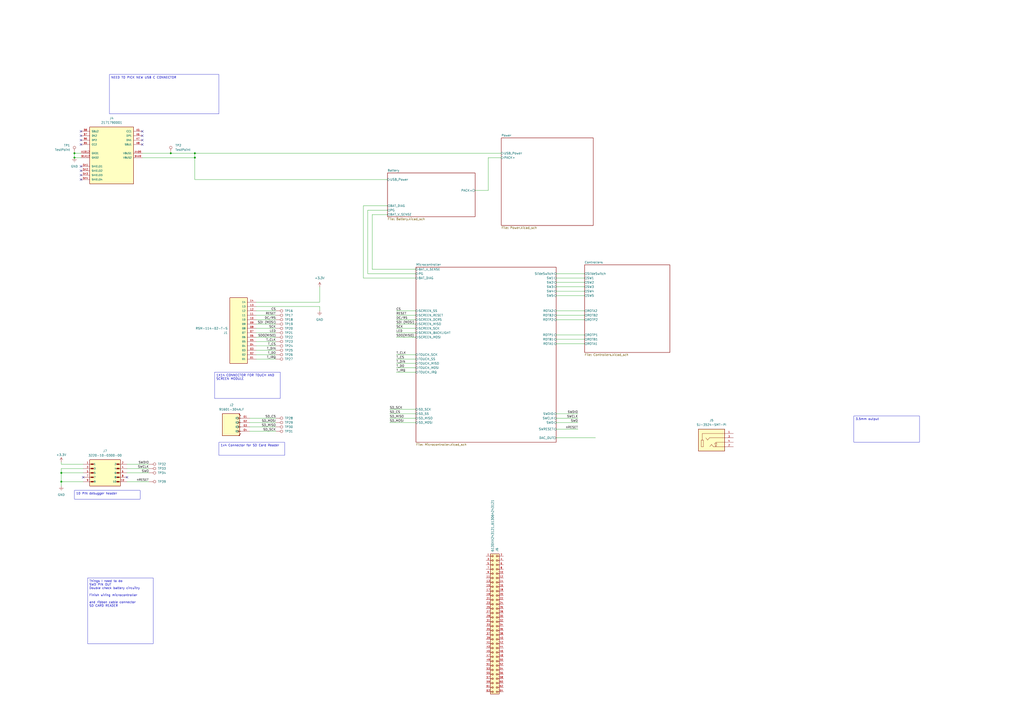
<source format=kicad_sch>
(kicad_sch
	(version 20250114)
	(generator "eeschema")
	(generator_version "9.0")
	(uuid "b4cdadf2-c4fe-48fe-ba6a-e15d1cad03b2")
	(paper "A2")
	(lib_symbols
		(symbol "2171790001:2171790001"
			(pin_names
				(offset 1.016)
			)
			(exclude_from_sim no)
			(in_bom yes)
			(on_board yes)
			(property "Reference" "J"
				(at -12.7 16.002 0)
				(effects
					(font
						(size 1.27 1.27)
					)
					(justify left bottom)
				)
			)
			(property "Value" "2171790001"
				(at -12.7 -18.542 0)
				(effects
					(font
						(size 1.27 1.27)
					)
					(justify left top)
				)
			)
			(property "Footprint" "2171790001:MOLEX_2171790001"
				(at 0 0 0)
				(effects
					(font
						(size 1.27 1.27)
					)
					(justify bottom)
					(hide yes)
				)
			)
			(property "Datasheet" ""
				(at 0 0 0)
				(effects
					(font
						(size 1.27 1.27)
					)
					(hide yes)
				)
			)
			(property "Description" ""
				(at 0 0 0)
				(effects
					(font
						(size 1.27 1.27)
					)
					(hide yes)
				)
			)
			(property "PARTREV" "A1"
				(at 0 0 0)
				(effects
					(font
						(size 1.27 1.27)
					)
					(justify bottom)
					(hide yes)
				)
			)
			(property "STANDARD" "Manufacturer Recommendations"
				(at 0 0 0)
				(effects
					(font
						(size 1.27 1.27)
					)
					(justify bottom)
					(hide yes)
				)
			)
			(property "MAXIMUM_PACKAGE_HEIGHT" "3.16 mm"
				(at 0 0 0)
				(effects
					(font
						(size 1.27 1.27)
					)
					(justify bottom)
					(hide yes)
				)
			)
			(property "MANUFACTURER" "Molex"
				(at 0 0 0)
				(effects
					(font
						(size 1.27 1.27)
					)
					(justify bottom)
					(hide yes)
				)
			)
			(symbol "2171790001_0_0"
				(rectangle
					(start -12.7 -17.78)
					(end 12.7 15.24)
					(stroke
						(width 0.254)
						(type default)
					)
					(fill
						(type background)
					)
				)
				(pin bidirectional line
					(at -17.78 12.7 0)
					(length 5.08)
					(name "CC1"
						(effects
							(font
								(size 1.016 1.016)
							)
						)
					)
					(number "A5"
						(effects
							(font
								(size 1.016 1.016)
							)
						)
					)
				)
				(pin bidirectional line
					(at -17.78 10.16 0)
					(length 5.08)
					(name "DP1"
						(effects
							(font
								(size 1.016 1.016)
							)
						)
					)
					(number "A6"
						(effects
							(font
								(size 1.016 1.016)
							)
						)
					)
				)
				(pin bidirectional line
					(at -17.78 7.62 0)
					(length 5.08)
					(name "DN1"
						(effects
							(font
								(size 1.016 1.016)
							)
						)
					)
					(number "A7"
						(effects
							(font
								(size 1.016 1.016)
							)
						)
					)
				)
				(pin bidirectional line
					(at -17.78 5.08 0)
					(length 5.08)
					(name "SBU1"
						(effects
							(font
								(size 1.016 1.016)
							)
						)
					)
					(number "A8"
						(effects
							(font
								(size 1.016 1.016)
							)
						)
					)
				)
				(pin power_in line
					(at -17.78 0 0)
					(length 5.08)
					(name "VBUS1"
						(effects
							(font
								(size 1.016 1.016)
							)
						)
					)
					(number "A4B9"
						(effects
							(font
								(size 1.016 1.016)
							)
						)
					)
				)
				(pin power_in line
					(at -17.78 -2.54 0)
					(length 5.08)
					(name "VBUS2"
						(effects
							(font
								(size 1.016 1.016)
							)
						)
					)
					(number "B4A9"
						(effects
							(font
								(size 1.016 1.016)
							)
						)
					)
				)
				(pin bidirectional line
					(at 17.78 12.7 180)
					(length 5.08)
					(name "SBU2"
						(effects
							(font
								(size 1.016 1.016)
							)
						)
					)
					(number "B8"
						(effects
							(font
								(size 1.016 1.016)
							)
						)
					)
				)
				(pin bidirectional line
					(at 17.78 10.16 180)
					(length 5.08)
					(name "DN2"
						(effects
							(font
								(size 1.016 1.016)
							)
						)
					)
					(number "B7"
						(effects
							(font
								(size 1.016 1.016)
							)
						)
					)
				)
				(pin bidirectional line
					(at 17.78 7.62 180)
					(length 5.08)
					(name "DP2"
						(effects
							(font
								(size 1.016 1.016)
							)
						)
					)
					(number "B6"
						(effects
							(font
								(size 1.016 1.016)
							)
						)
					)
				)
				(pin bidirectional line
					(at 17.78 5.08 180)
					(length 5.08)
					(name "CC2"
						(effects
							(font
								(size 1.016 1.016)
							)
						)
					)
					(number "B5"
						(effects
							(font
								(size 1.016 1.016)
							)
						)
					)
				)
				(pin power_in line
					(at 17.78 0 180)
					(length 5.08)
					(name "GND1"
						(effects
							(font
								(size 1.016 1.016)
							)
						)
					)
					(number "A1B12"
						(effects
							(font
								(size 1.016 1.016)
							)
						)
					)
				)
				(pin power_in line
					(at 17.78 -2.54 180)
					(length 5.08)
					(name "GND2"
						(effects
							(font
								(size 1.016 1.016)
							)
						)
					)
					(number "B1A12"
						(effects
							(font
								(size 1.016 1.016)
							)
						)
					)
				)
				(pin passive line
					(at 17.78 -7.62 180)
					(length 5.08)
					(name "SHIELD1"
						(effects
							(font
								(size 1.016 1.016)
							)
						)
					)
					(number "SH1"
						(effects
							(font
								(size 1.016 1.016)
							)
						)
					)
				)
				(pin passive line
					(at 17.78 -10.16 180)
					(length 5.08)
					(name "SHIELD2"
						(effects
							(font
								(size 1.016 1.016)
							)
						)
					)
					(number "SH2"
						(effects
							(font
								(size 1.016 1.016)
							)
						)
					)
				)
				(pin passive line
					(at 17.78 -12.7 180)
					(length 5.08)
					(name "SHIELD3"
						(effects
							(font
								(size 1.016 1.016)
							)
						)
					)
					(number "SH3"
						(effects
							(font
								(size 1.016 1.016)
							)
						)
					)
				)
				(pin passive line
					(at 17.78 -15.24 180)
					(length 5.08)
					(name "SHIELD4"
						(effects
							(font
								(size 1.016 1.016)
							)
						)
					)
					(number "SH4"
						(effects
							(font
								(size 1.016 1.016)
							)
						)
					)
				)
			)
			(embedded_fonts no)
		)
		(symbol "3220-10-0300-00:3220-10-0300-00"
			(pin_names
				(offset 1.016)
			)
			(exclude_from_sim no)
			(in_bom yes)
			(on_board yes)
			(property "Reference" "J"
				(at -8.89 8.255 0)
				(effects
					(font
						(size 1.27 1.27)
					)
					(justify left bottom)
				)
			)
			(property "Value" "3220-10-0300-00"
				(at -8.89 -10.16 0)
				(effects
					(font
						(size 1.27 1.27)
					)
					(justify left bottom)
				)
			)
			(property "Footprint" "3220-10-0300-00:CNC_3220-10-0300-00"
				(at 0 0 0)
				(effects
					(font
						(size 1.27 1.27)
					)
					(justify bottom)
					(hide yes)
				)
			)
			(property "Datasheet" ""
				(at 0 0 0)
				(effects
					(font
						(size 1.27 1.27)
					)
					(hide yes)
				)
			)
			(property "Description" ""
				(at 0 0 0)
				(effects
					(font
						(size 1.27 1.27)
					)
					(hide yes)
				)
			)
			(property "PARTREV" "D"
				(at 0 0 0)
				(effects
					(font
						(size 1.27 1.27)
					)
					(justify bottom)
					(hide yes)
				)
			)
			(property "STANDARD" "Manufacturer Recommendations"
				(at 0 0 0)
				(effects
					(font
						(size 1.27 1.27)
					)
					(justify bottom)
					(hide yes)
				)
			)
			(property "MAXIMUM_PACKAGE_HEIGHT" "5.55 mm"
				(at 0 0 0)
				(effects
					(font
						(size 1.27 1.27)
					)
					(justify bottom)
					(hide yes)
				)
			)
			(property "MANUFACTURER" "CnC Tech"
				(at 0 0 0)
				(effects
					(font
						(size 1.27 1.27)
					)
					(justify bottom)
					(hide yes)
				)
			)
			(symbol "3220-10-0300-00_0_0"
				(rectangle
					(start -8.89 -7.62)
					(end 8.89 7.62)
					(stroke
						(width 0.254)
						(type default)
					)
					(fill
						(type background)
					)
				)
				(rectangle
					(start -8.255 4.7625)
					(end -6.6675 5.3975)
					(stroke
						(width 0.1)
						(type default)
					)
					(fill
						(type outline)
					)
				)
				(rectangle
					(start -8.255 2.2225)
					(end -6.6675 2.8575)
					(stroke
						(width 0.1)
						(type default)
					)
					(fill
						(type outline)
					)
				)
				(rectangle
					(start -8.255 -0.3175)
					(end -6.6675 0.3175)
					(stroke
						(width 0.1)
						(type default)
					)
					(fill
						(type outline)
					)
				)
				(rectangle
					(start -8.255 -2.8575)
					(end -6.6675 -2.2225)
					(stroke
						(width 0.1)
						(type default)
					)
					(fill
						(type outline)
					)
				)
				(rectangle
					(start -8.255 -5.3975)
					(end -6.6675 -4.7625)
					(stroke
						(width 0.1)
						(type default)
					)
					(fill
						(type outline)
					)
				)
				(rectangle
					(start 6.6675 4.7625)
					(end 8.255 5.3975)
					(stroke
						(width 0.1)
						(type default)
					)
					(fill
						(type outline)
					)
				)
				(rectangle
					(start 6.6675 2.2225)
					(end 8.255 2.8575)
					(stroke
						(width 0.1)
						(type default)
					)
					(fill
						(type outline)
					)
				)
				(rectangle
					(start 6.6675 -0.3175)
					(end 8.255 0.3175)
					(stroke
						(width 0.1)
						(type default)
					)
					(fill
						(type outline)
					)
				)
				(rectangle
					(start 6.6675 -2.8575)
					(end 8.255 -2.2225)
					(stroke
						(width 0.1)
						(type default)
					)
					(fill
						(type outline)
					)
				)
				(rectangle
					(start 6.6675 -5.3975)
					(end 8.255 -4.7625)
					(stroke
						(width 0.1)
						(type default)
					)
					(fill
						(type outline)
					)
				)
				(pin passive line
					(at -12.7 5.08 0)
					(length 5.08)
					(name "1"
						(effects
							(font
								(size 1.016 1.016)
							)
						)
					)
					(number "1"
						(effects
							(font
								(size 1.016 1.016)
							)
						)
					)
				)
				(pin passive line
					(at -12.7 2.54 0)
					(length 5.08)
					(name "3"
						(effects
							(font
								(size 1.016 1.016)
							)
						)
					)
					(number "3"
						(effects
							(font
								(size 1.016 1.016)
							)
						)
					)
				)
				(pin passive line
					(at -12.7 0 0)
					(length 5.08)
					(name "5"
						(effects
							(font
								(size 1.016 1.016)
							)
						)
					)
					(number "5"
						(effects
							(font
								(size 1.016 1.016)
							)
						)
					)
				)
				(pin passive line
					(at -12.7 -2.54 0)
					(length 5.08)
					(name "7"
						(effects
							(font
								(size 1.016 1.016)
							)
						)
					)
					(number "7"
						(effects
							(font
								(size 1.016 1.016)
							)
						)
					)
				)
				(pin passive line
					(at -12.7 -5.08 0)
					(length 5.08)
					(name "9"
						(effects
							(font
								(size 1.016 1.016)
							)
						)
					)
					(number "9"
						(effects
							(font
								(size 1.016 1.016)
							)
						)
					)
				)
				(pin passive line
					(at 12.7 5.08 180)
					(length 5.08)
					(name "2"
						(effects
							(font
								(size 1.016 1.016)
							)
						)
					)
					(number "2"
						(effects
							(font
								(size 1.016 1.016)
							)
						)
					)
				)
				(pin passive line
					(at 12.7 2.54 180)
					(length 5.08)
					(name "4"
						(effects
							(font
								(size 1.016 1.016)
							)
						)
					)
					(number "4"
						(effects
							(font
								(size 1.016 1.016)
							)
						)
					)
				)
				(pin passive line
					(at 12.7 0 180)
					(length 5.08)
					(name "6"
						(effects
							(font
								(size 1.016 1.016)
							)
						)
					)
					(number "6"
						(effects
							(font
								(size 1.016 1.016)
							)
						)
					)
				)
				(pin passive line
					(at 12.7 -2.54 180)
					(length 5.08)
					(name "8"
						(effects
							(font
								(size 1.016 1.016)
							)
						)
					)
					(number "8"
						(effects
							(font
								(size 1.016 1.016)
							)
						)
					)
				)
				(pin passive line
					(at 12.7 -5.08 180)
					(length 5.08)
					(name "10"
						(effects
							(font
								(size 1.016 1.016)
							)
						)
					)
					(number "10"
						(effects
							(font
								(size 1.016 1.016)
							)
						)
					)
				)
			)
			(embedded_fonts no)
		)
		(symbol "6130XX243121_613064243121:6130XX243121_613064243121"
			(pin_names
				(offset 1.016)
			)
			(exclude_from_sim no)
			(in_bom yes)
			(on_board yes)
			(property "Reference" "J"
				(at -40.64 0.762 0)
				(effects
					(font
						(size 1.27 1.27)
					)
					(justify right bottom)
				)
			)
			(property "Value" "6130XX243121_613064243121"
				(at -40.64 -2.54 0)
				(effects
					(font
						(size 1.27 1.27)
					)
					(justify right bottom)
				)
			)
			(property "Footprint" "6130XX243121_613064243121:613064243121"
				(at 0 0 0)
				(effects
					(font
						(size 1.27 1.27)
					)
					(justify bottom)
					(hide yes)
				)
			)
			(property "Datasheet" ""
				(at 0 0 0)
				(effects
					(font
						(size 1.27 1.27)
					)
					(hide yes)
				)
			)
			(property "Description" ""
				(at 0 0 0)
				(effects
					(font
						(size 1.27 1.27)
					)
					(hide yes)
				)
			)
			(symbol "6130XX243121_613064243121_0_0"
				(rectangle
					(start -39.37 -2.54)
					(end 41.91 2.54)
					(stroke
						(width 0.254)
						(type default)
					)
					(fill
						(type background)
					)
				)
				(polyline
					(pts
						(xy -38.1 1.705) (xy -38.1 2.54)
					)
					(stroke
						(width 0.254)
						(type default)
					)
					(fill
						(type none)
					)
				)
				(circle
					(center -38.1 1.27)
					(radius 0.4445)
					(stroke
						(width 0.254)
						(type default)
					)
					(fill
						(type none)
					)
				)
				(circle
					(center -38.1 -1.27)
					(radius 0.4445)
					(stroke
						(width 0.254)
						(type default)
					)
					(fill
						(type none)
					)
				)
				(polyline
					(pts
						(xy -38.1 -1.705) (xy -38.1 -2.54)
					)
					(stroke
						(width 0.254)
						(type default)
					)
					(fill
						(type none)
					)
				)
				(polyline
					(pts
						(xy -35.56 1.705) (xy -35.56 2.54)
					)
					(stroke
						(width 0.254)
						(type default)
					)
					(fill
						(type none)
					)
				)
				(circle
					(center -35.56 1.27)
					(radius 0.4445)
					(stroke
						(width 0.254)
						(type default)
					)
					(fill
						(type none)
					)
				)
				(circle
					(center -35.56 -1.27)
					(radius 0.4445)
					(stroke
						(width 0.254)
						(type default)
					)
					(fill
						(type none)
					)
				)
				(polyline
					(pts
						(xy -35.56 -1.705) (xy -35.56 -2.54)
					)
					(stroke
						(width 0.254)
						(type default)
					)
					(fill
						(type none)
					)
				)
				(polyline
					(pts
						(xy -33.02 1.705) (xy -33.02 2.54)
					)
					(stroke
						(width 0.254)
						(type default)
					)
					(fill
						(type none)
					)
				)
				(circle
					(center -33.02 1.27)
					(radius 0.4445)
					(stroke
						(width 0.254)
						(type default)
					)
					(fill
						(type none)
					)
				)
				(circle
					(center -33.02 -1.27)
					(radius 0.4445)
					(stroke
						(width 0.254)
						(type default)
					)
					(fill
						(type none)
					)
				)
				(polyline
					(pts
						(xy -33.02 -1.705) (xy -33.02 -2.54)
					)
					(stroke
						(width 0.254)
						(type default)
					)
					(fill
						(type none)
					)
				)
				(polyline
					(pts
						(xy -30.48 1.705) (xy -30.48 2.54)
					)
					(stroke
						(width 0.254)
						(type default)
					)
					(fill
						(type none)
					)
				)
				(circle
					(center -30.48 1.27)
					(radius 0.4445)
					(stroke
						(width 0.254)
						(type default)
					)
					(fill
						(type none)
					)
				)
				(circle
					(center -30.48 -1.27)
					(radius 0.4445)
					(stroke
						(width 0.254)
						(type default)
					)
					(fill
						(type none)
					)
				)
				(polyline
					(pts
						(xy -30.48 -1.705) (xy -30.48 -2.54)
					)
					(stroke
						(width 0.254)
						(type default)
					)
					(fill
						(type none)
					)
				)
				(polyline
					(pts
						(xy -27.94 1.705) (xy -27.94 2.54)
					)
					(stroke
						(width 0.254)
						(type default)
					)
					(fill
						(type none)
					)
				)
				(circle
					(center -27.94 1.27)
					(radius 0.4445)
					(stroke
						(width 0.254)
						(type default)
					)
					(fill
						(type none)
					)
				)
				(circle
					(center -27.94 -1.27)
					(radius 0.4445)
					(stroke
						(width 0.254)
						(type default)
					)
					(fill
						(type none)
					)
				)
				(polyline
					(pts
						(xy -27.94 -1.705) (xy -27.94 -2.54)
					)
					(stroke
						(width 0.254)
						(type default)
					)
					(fill
						(type none)
					)
				)
				(polyline
					(pts
						(xy -25.4 1.705) (xy -25.4 2.54)
					)
					(stroke
						(width 0.254)
						(type default)
					)
					(fill
						(type none)
					)
				)
				(circle
					(center -25.4 1.27)
					(radius 0.4445)
					(stroke
						(width 0.254)
						(type default)
					)
					(fill
						(type none)
					)
				)
				(circle
					(center -25.4 -1.27)
					(radius 0.4445)
					(stroke
						(width 0.254)
						(type default)
					)
					(fill
						(type none)
					)
				)
				(polyline
					(pts
						(xy -25.4 -1.705) (xy -25.4 -2.54)
					)
					(stroke
						(width 0.254)
						(type default)
					)
					(fill
						(type none)
					)
				)
				(polyline
					(pts
						(xy -22.86 1.705) (xy -22.86 2.54)
					)
					(stroke
						(width 0.254)
						(type default)
					)
					(fill
						(type none)
					)
				)
				(circle
					(center -22.86 1.27)
					(radius 0.4445)
					(stroke
						(width 0.254)
						(type default)
					)
					(fill
						(type none)
					)
				)
				(circle
					(center -22.86 -1.27)
					(radius 0.4445)
					(stroke
						(width 0.254)
						(type default)
					)
					(fill
						(type none)
					)
				)
				(polyline
					(pts
						(xy -22.86 -1.705) (xy -22.86 -2.54)
					)
					(stroke
						(width 0.254)
						(type default)
					)
					(fill
						(type none)
					)
				)
				(polyline
					(pts
						(xy -20.32 1.705) (xy -20.32 2.54)
					)
					(stroke
						(width 0.254)
						(type default)
					)
					(fill
						(type none)
					)
				)
				(circle
					(center -20.32 1.27)
					(radius 0.4445)
					(stroke
						(width 0.254)
						(type default)
					)
					(fill
						(type none)
					)
				)
				(circle
					(center -20.32 -1.27)
					(radius 0.4445)
					(stroke
						(width 0.254)
						(type default)
					)
					(fill
						(type none)
					)
				)
				(polyline
					(pts
						(xy -20.32 -1.705) (xy -20.32 -2.54)
					)
					(stroke
						(width 0.254)
						(type default)
					)
					(fill
						(type none)
					)
				)
				(polyline
					(pts
						(xy -17.78 1.705) (xy -17.78 2.54)
					)
					(stroke
						(width 0.254)
						(type default)
					)
					(fill
						(type none)
					)
				)
				(circle
					(center -17.78 1.27)
					(radius 0.4445)
					(stroke
						(width 0.254)
						(type default)
					)
					(fill
						(type none)
					)
				)
				(circle
					(center -17.78 -1.27)
					(radius 0.4445)
					(stroke
						(width 0.254)
						(type default)
					)
					(fill
						(type none)
					)
				)
				(polyline
					(pts
						(xy -17.78 -1.705) (xy -17.78 -2.54)
					)
					(stroke
						(width 0.254)
						(type default)
					)
					(fill
						(type none)
					)
				)
				(polyline
					(pts
						(xy -15.24 1.705) (xy -15.24 2.54)
					)
					(stroke
						(width 0.254)
						(type default)
					)
					(fill
						(type none)
					)
				)
				(circle
					(center -15.24 1.27)
					(radius 0.4445)
					(stroke
						(width 0.254)
						(type default)
					)
					(fill
						(type none)
					)
				)
				(circle
					(center -15.24 -1.27)
					(radius 0.4445)
					(stroke
						(width 0.254)
						(type default)
					)
					(fill
						(type none)
					)
				)
				(polyline
					(pts
						(xy -15.24 -1.705) (xy -15.24 -2.54)
					)
					(stroke
						(width 0.254)
						(type default)
					)
					(fill
						(type none)
					)
				)
				(polyline
					(pts
						(xy -12.7 1.705) (xy -12.7 2.54)
					)
					(stroke
						(width 0.254)
						(type default)
					)
					(fill
						(type none)
					)
				)
				(circle
					(center -12.7 1.27)
					(radius 0.4445)
					(stroke
						(width 0.254)
						(type default)
					)
					(fill
						(type none)
					)
				)
				(circle
					(center -12.7 -1.27)
					(radius 0.4445)
					(stroke
						(width 0.254)
						(type default)
					)
					(fill
						(type none)
					)
				)
				(polyline
					(pts
						(xy -12.7 -1.705) (xy -12.7 -2.54)
					)
					(stroke
						(width 0.254)
						(type default)
					)
					(fill
						(type none)
					)
				)
				(polyline
					(pts
						(xy -10.16 1.705) (xy -10.16 2.54)
					)
					(stroke
						(width 0.254)
						(type default)
					)
					(fill
						(type none)
					)
				)
				(circle
					(center -10.16 1.27)
					(radius 0.4445)
					(stroke
						(width 0.254)
						(type default)
					)
					(fill
						(type none)
					)
				)
				(circle
					(center -10.16 -1.27)
					(radius 0.4445)
					(stroke
						(width 0.254)
						(type default)
					)
					(fill
						(type none)
					)
				)
				(polyline
					(pts
						(xy -10.16 -1.705) (xy -10.16 -2.54)
					)
					(stroke
						(width 0.254)
						(type default)
					)
					(fill
						(type none)
					)
				)
				(polyline
					(pts
						(xy -7.62 1.705) (xy -7.62 2.54)
					)
					(stroke
						(width 0.254)
						(type default)
					)
					(fill
						(type none)
					)
				)
				(circle
					(center -7.62 1.27)
					(radius 0.4445)
					(stroke
						(width 0.254)
						(type default)
					)
					(fill
						(type none)
					)
				)
				(circle
					(center -7.62 -1.27)
					(radius 0.4445)
					(stroke
						(width 0.254)
						(type default)
					)
					(fill
						(type none)
					)
				)
				(polyline
					(pts
						(xy -7.62 -1.705) (xy -7.62 -2.54)
					)
					(stroke
						(width 0.254)
						(type default)
					)
					(fill
						(type none)
					)
				)
				(polyline
					(pts
						(xy -5.08 1.705) (xy -5.08 2.54)
					)
					(stroke
						(width 0.254)
						(type default)
					)
					(fill
						(type none)
					)
				)
				(circle
					(center -5.08 1.27)
					(radius 0.4445)
					(stroke
						(width 0.254)
						(type default)
					)
					(fill
						(type none)
					)
				)
				(circle
					(center -5.08 -1.27)
					(radius 0.4445)
					(stroke
						(width 0.254)
						(type default)
					)
					(fill
						(type none)
					)
				)
				(polyline
					(pts
						(xy -5.08 -1.705) (xy -5.08 -2.54)
					)
					(stroke
						(width 0.254)
						(type default)
					)
					(fill
						(type none)
					)
				)
				(polyline
					(pts
						(xy -2.54 1.705) (xy -2.54 2.54)
					)
					(stroke
						(width 0.254)
						(type default)
					)
					(fill
						(type none)
					)
				)
				(circle
					(center -2.54 1.27)
					(radius 0.4445)
					(stroke
						(width 0.254)
						(type default)
					)
					(fill
						(type none)
					)
				)
				(circle
					(center -2.54 -1.27)
					(radius 0.4445)
					(stroke
						(width 0.254)
						(type default)
					)
					(fill
						(type none)
					)
				)
				(polyline
					(pts
						(xy -2.54 -1.705) (xy -2.54 -2.54)
					)
					(stroke
						(width 0.254)
						(type default)
					)
					(fill
						(type none)
					)
				)
				(polyline
					(pts
						(xy 0 1.705) (xy 0 2.54)
					)
					(stroke
						(width 0.254)
						(type default)
					)
					(fill
						(type none)
					)
				)
				(circle
					(center 0 1.27)
					(radius 0.4445)
					(stroke
						(width 0.254)
						(type default)
					)
					(fill
						(type none)
					)
				)
				(circle
					(center 0 -1.27)
					(radius 0.4445)
					(stroke
						(width 0.254)
						(type default)
					)
					(fill
						(type none)
					)
				)
				(polyline
					(pts
						(xy 0 -1.705) (xy 0 -2.54)
					)
					(stroke
						(width 0.254)
						(type default)
					)
					(fill
						(type none)
					)
				)
				(polyline
					(pts
						(xy 2.54 1.705) (xy 2.54 2.54)
					)
					(stroke
						(width 0.254)
						(type default)
					)
					(fill
						(type none)
					)
				)
				(circle
					(center 2.54 1.27)
					(radius 0.4445)
					(stroke
						(width 0.254)
						(type default)
					)
					(fill
						(type none)
					)
				)
				(circle
					(center 2.54 -1.27)
					(radius 0.4445)
					(stroke
						(width 0.254)
						(type default)
					)
					(fill
						(type none)
					)
				)
				(polyline
					(pts
						(xy 2.54 -1.705) (xy 2.54 -2.54)
					)
					(stroke
						(width 0.254)
						(type default)
					)
					(fill
						(type none)
					)
				)
				(polyline
					(pts
						(xy 5.08 1.705) (xy 5.08 2.54)
					)
					(stroke
						(width 0.254)
						(type default)
					)
					(fill
						(type none)
					)
				)
				(circle
					(center 5.08 1.27)
					(radius 0.4445)
					(stroke
						(width 0.254)
						(type default)
					)
					(fill
						(type none)
					)
				)
				(circle
					(center 5.08 -1.27)
					(radius 0.4445)
					(stroke
						(width 0.254)
						(type default)
					)
					(fill
						(type none)
					)
				)
				(polyline
					(pts
						(xy 5.08 -1.705) (xy 5.08 -2.54)
					)
					(stroke
						(width 0.254)
						(type default)
					)
					(fill
						(type none)
					)
				)
				(polyline
					(pts
						(xy 7.62 1.705) (xy 7.62 2.54)
					)
					(stroke
						(width 0.254)
						(type default)
					)
					(fill
						(type none)
					)
				)
				(circle
					(center 7.62 1.27)
					(radius 0.4445)
					(stroke
						(width 0.254)
						(type default)
					)
					(fill
						(type none)
					)
				)
				(circle
					(center 7.62 -1.27)
					(radius 0.4445)
					(stroke
						(width 0.254)
						(type default)
					)
					(fill
						(type none)
					)
				)
				(polyline
					(pts
						(xy 7.62 -1.705) (xy 7.62 -2.54)
					)
					(stroke
						(width 0.254)
						(type default)
					)
					(fill
						(type none)
					)
				)
				(polyline
					(pts
						(xy 10.16 1.705) (xy 10.16 2.54)
					)
					(stroke
						(width 0.254)
						(type default)
					)
					(fill
						(type none)
					)
				)
				(circle
					(center 10.16 1.27)
					(radius 0.4445)
					(stroke
						(width 0.254)
						(type default)
					)
					(fill
						(type none)
					)
				)
				(circle
					(center 10.16 -1.27)
					(radius 0.4445)
					(stroke
						(width 0.254)
						(type default)
					)
					(fill
						(type none)
					)
				)
				(polyline
					(pts
						(xy 10.16 -1.705) (xy 10.16 -2.54)
					)
					(stroke
						(width 0.254)
						(type default)
					)
					(fill
						(type none)
					)
				)
				(polyline
					(pts
						(xy 12.7 1.705) (xy 12.7 2.54)
					)
					(stroke
						(width 0.254)
						(type default)
					)
					(fill
						(type none)
					)
				)
				(circle
					(center 12.7 1.27)
					(radius 0.4445)
					(stroke
						(width 0.254)
						(type default)
					)
					(fill
						(type none)
					)
				)
				(circle
					(center 12.7 -1.27)
					(radius 0.4445)
					(stroke
						(width 0.254)
						(type default)
					)
					(fill
						(type none)
					)
				)
				(polyline
					(pts
						(xy 12.7 -1.705) (xy 12.7 -2.54)
					)
					(stroke
						(width 0.254)
						(type default)
					)
					(fill
						(type none)
					)
				)
				(polyline
					(pts
						(xy 15.24 1.705) (xy 15.24 2.54)
					)
					(stroke
						(width 0.254)
						(type default)
					)
					(fill
						(type none)
					)
				)
				(circle
					(center 15.24 1.27)
					(radius 0.4445)
					(stroke
						(width 0.254)
						(type default)
					)
					(fill
						(type none)
					)
				)
				(circle
					(center 15.24 -1.27)
					(radius 0.4445)
					(stroke
						(width 0.254)
						(type default)
					)
					(fill
						(type none)
					)
				)
				(polyline
					(pts
						(xy 15.24 -1.705) (xy 15.24 -2.54)
					)
					(stroke
						(width 0.254)
						(type default)
					)
					(fill
						(type none)
					)
				)
				(polyline
					(pts
						(xy 17.78 1.705) (xy 17.78 2.54)
					)
					(stroke
						(width 0.254)
						(type default)
					)
					(fill
						(type none)
					)
				)
				(circle
					(center 17.78 1.27)
					(radius 0.4445)
					(stroke
						(width 0.254)
						(type default)
					)
					(fill
						(type none)
					)
				)
				(circle
					(center 17.78 -1.27)
					(radius 0.4445)
					(stroke
						(width 0.254)
						(type default)
					)
					(fill
						(type none)
					)
				)
				(polyline
					(pts
						(xy 17.78 -1.705) (xy 17.78 -2.54)
					)
					(stroke
						(width 0.254)
						(type default)
					)
					(fill
						(type none)
					)
				)
				(polyline
					(pts
						(xy 20.32 1.705) (xy 20.32 2.54)
					)
					(stroke
						(width 0.254)
						(type default)
					)
					(fill
						(type none)
					)
				)
				(circle
					(center 20.32 1.27)
					(radius 0.4445)
					(stroke
						(width 0.254)
						(type default)
					)
					(fill
						(type none)
					)
				)
				(circle
					(center 20.32 -1.27)
					(radius 0.4445)
					(stroke
						(width 0.254)
						(type default)
					)
					(fill
						(type none)
					)
				)
				(polyline
					(pts
						(xy 20.32 -1.705) (xy 20.32 -2.54)
					)
					(stroke
						(width 0.254)
						(type default)
					)
					(fill
						(type none)
					)
				)
				(polyline
					(pts
						(xy 22.86 1.705) (xy 22.86 2.54)
					)
					(stroke
						(width 0.254)
						(type default)
					)
					(fill
						(type none)
					)
				)
				(circle
					(center 22.86 1.27)
					(radius 0.4445)
					(stroke
						(width 0.254)
						(type default)
					)
					(fill
						(type none)
					)
				)
				(circle
					(center 22.86 -1.27)
					(radius 0.4445)
					(stroke
						(width 0.254)
						(type default)
					)
					(fill
						(type none)
					)
				)
				(polyline
					(pts
						(xy 22.86 -1.705) (xy 22.86 -2.54)
					)
					(stroke
						(width 0.254)
						(type default)
					)
					(fill
						(type none)
					)
				)
				(polyline
					(pts
						(xy 25.4 1.705) (xy 25.4 2.54)
					)
					(stroke
						(width 0.254)
						(type default)
					)
					(fill
						(type none)
					)
				)
				(circle
					(center 25.4 1.27)
					(radius 0.4445)
					(stroke
						(width 0.254)
						(type default)
					)
					(fill
						(type none)
					)
				)
				(circle
					(center 25.4 -1.27)
					(radius 0.4445)
					(stroke
						(width 0.254)
						(type default)
					)
					(fill
						(type none)
					)
				)
				(polyline
					(pts
						(xy 25.4 -1.705) (xy 25.4 -2.54)
					)
					(stroke
						(width 0.254)
						(type default)
					)
					(fill
						(type none)
					)
				)
				(polyline
					(pts
						(xy 27.94 1.705) (xy 27.94 2.54)
					)
					(stroke
						(width 0.254)
						(type default)
					)
					(fill
						(type none)
					)
				)
				(circle
					(center 27.94 1.27)
					(radius 0.4445)
					(stroke
						(width 0.254)
						(type default)
					)
					(fill
						(type none)
					)
				)
				(circle
					(center 27.94 -1.27)
					(radius 0.4445)
					(stroke
						(width 0.254)
						(type default)
					)
					(fill
						(type none)
					)
				)
				(polyline
					(pts
						(xy 27.94 -1.705) (xy 27.94 -2.54)
					)
					(stroke
						(width 0.254)
						(type default)
					)
					(fill
						(type none)
					)
				)
				(polyline
					(pts
						(xy 30.48 1.705) (xy 30.48 2.54)
					)
					(stroke
						(width 0.254)
						(type default)
					)
					(fill
						(type none)
					)
				)
				(circle
					(center 30.48 1.27)
					(radius 0.4445)
					(stroke
						(width 0.254)
						(type default)
					)
					(fill
						(type none)
					)
				)
				(circle
					(center 30.48 -1.27)
					(radius 0.4445)
					(stroke
						(width 0.254)
						(type default)
					)
					(fill
						(type none)
					)
				)
				(polyline
					(pts
						(xy 30.48 -1.705) (xy 30.48 -2.54)
					)
					(stroke
						(width 0.254)
						(type default)
					)
					(fill
						(type none)
					)
				)
				(polyline
					(pts
						(xy 33.02 1.705) (xy 33.02 2.54)
					)
					(stroke
						(width 0.254)
						(type default)
					)
					(fill
						(type none)
					)
				)
				(circle
					(center 33.02 1.27)
					(radius 0.4445)
					(stroke
						(width 0.254)
						(type default)
					)
					(fill
						(type none)
					)
				)
				(circle
					(center 33.02 -1.27)
					(radius 0.4445)
					(stroke
						(width 0.254)
						(type default)
					)
					(fill
						(type none)
					)
				)
				(polyline
					(pts
						(xy 33.02 -1.705) (xy 33.02 -2.54)
					)
					(stroke
						(width 0.254)
						(type default)
					)
					(fill
						(type none)
					)
				)
				(polyline
					(pts
						(xy 35.56 1.705) (xy 35.56 2.54)
					)
					(stroke
						(width 0.254)
						(type default)
					)
					(fill
						(type none)
					)
				)
				(circle
					(center 35.56 1.27)
					(radius 0.4445)
					(stroke
						(width 0.254)
						(type default)
					)
					(fill
						(type none)
					)
				)
				(circle
					(center 35.56 -1.27)
					(radius 0.4445)
					(stroke
						(width 0.254)
						(type default)
					)
					(fill
						(type none)
					)
				)
				(polyline
					(pts
						(xy 35.56 -1.705) (xy 35.56 -2.54)
					)
					(stroke
						(width 0.254)
						(type default)
					)
					(fill
						(type none)
					)
				)
				(polyline
					(pts
						(xy 38.1 1.705) (xy 38.1 2.54)
					)
					(stroke
						(width 0.254)
						(type default)
					)
					(fill
						(type none)
					)
				)
				(circle
					(center 38.1 1.27)
					(radius 0.4445)
					(stroke
						(width 0.254)
						(type default)
					)
					(fill
						(type none)
					)
				)
				(circle
					(center 38.1 -1.27)
					(radius 0.4445)
					(stroke
						(width 0.254)
						(type default)
					)
					(fill
						(type none)
					)
				)
				(polyline
					(pts
						(xy 38.1 -1.705) (xy 38.1 -2.54)
					)
					(stroke
						(width 0.254)
						(type default)
					)
					(fill
						(type none)
					)
				)
				(polyline
					(pts
						(xy 40.64 1.705) (xy 40.64 2.54)
					)
					(stroke
						(width 0.254)
						(type default)
					)
					(fill
						(type none)
					)
				)
				(circle
					(center 40.64 1.27)
					(radius 0.4445)
					(stroke
						(width 0.254)
						(type default)
					)
					(fill
						(type none)
					)
				)
				(circle
					(center 40.64 -1.27)
					(radius 0.4445)
					(stroke
						(width 0.254)
						(type default)
					)
					(fill
						(type none)
					)
				)
				(polyline
					(pts
						(xy 40.64 -1.705) (xy 40.64 -2.54)
					)
					(stroke
						(width 0.254)
						(type default)
					)
					(fill
						(type none)
					)
				)
				(pin passive line
					(at -38.1 5.08 270)
					(length 2.54)
					(name "~"
						(effects
							(font
								(size 1.016 1.016)
							)
						)
					)
					(number "2"
						(effects
							(font
								(size 1.016 1.016)
							)
						)
					)
				)
				(pin passive line
					(at -38.1 -5.08 90)
					(length 2.54)
					(name "~"
						(effects
							(font
								(size 1.016 1.016)
							)
						)
					)
					(number "1"
						(effects
							(font
								(size 1.016 1.016)
							)
						)
					)
				)
				(pin passive line
					(at -35.56 5.08 270)
					(length 2.54)
					(name "~"
						(effects
							(font
								(size 1.016 1.016)
							)
						)
					)
					(number "4"
						(effects
							(font
								(size 1.016 1.016)
							)
						)
					)
				)
				(pin passive line
					(at -35.56 -5.08 90)
					(length 2.54)
					(name "~"
						(effects
							(font
								(size 1.016 1.016)
							)
						)
					)
					(number "3"
						(effects
							(font
								(size 1.016 1.016)
							)
						)
					)
				)
				(pin passive line
					(at -33.02 5.08 270)
					(length 2.54)
					(name "~"
						(effects
							(font
								(size 1.016 1.016)
							)
						)
					)
					(number "6"
						(effects
							(font
								(size 1.016 1.016)
							)
						)
					)
				)
				(pin passive line
					(at -33.02 -5.08 90)
					(length 2.54)
					(name "~"
						(effects
							(font
								(size 1.016 1.016)
							)
						)
					)
					(number "5"
						(effects
							(font
								(size 1.016 1.016)
							)
						)
					)
				)
				(pin passive line
					(at -30.48 5.08 270)
					(length 2.54)
					(name "~"
						(effects
							(font
								(size 1.016 1.016)
							)
						)
					)
					(number "8"
						(effects
							(font
								(size 1.016 1.016)
							)
						)
					)
				)
				(pin passive line
					(at -30.48 -5.08 90)
					(length 2.54)
					(name "~"
						(effects
							(font
								(size 1.016 1.016)
							)
						)
					)
					(number "7"
						(effects
							(font
								(size 1.016 1.016)
							)
						)
					)
				)
				(pin passive line
					(at -27.94 5.08 270)
					(length 2.54)
					(name "~"
						(effects
							(font
								(size 1.016 1.016)
							)
						)
					)
					(number "10"
						(effects
							(font
								(size 1.016 1.016)
							)
						)
					)
				)
				(pin passive line
					(at -27.94 -5.08 90)
					(length 2.54)
					(name "~"
						(effects
							(font
								(size 1.016 1.016)
							)
						)
					)
					(number "9"
						(effects
							(font
								(size 1.016 1.016)
							)
						)
					)
				)
				(pin passive line
					(at -25.4 5.08 270)
					(length 2.54)
					(name "~"
						(effects
							(font
								(size 1.016 1.016)
							)
						)
					)
					(number "12"
						(effects
							(font
								(size 1.016 1.016)
							)
						)
					)
				)
				(pin passive line
					(at -25.4 -5.08 90)
					(length 2.54)
					(name "~"
						(effects
							(font
								(size 1.016 1.016)
							)
						)
					)
					(number "11"
						(effects
							(font
								(size 1.016 1.016)
							)
						)
					)
				)
				(pin passive line
					(at -22.86 5.08 270)
					(length 2.54)
					(name "~"
						(effects
							(font
								(size 1.016 1.016)
							)
						)
					)
					(number "14"
						(effects
							(font
								(size 1.016 1.016)
							)
						)
					)
				)
				(pin passive line
					(at -22.86 -5.08 90)
					(length 2.54)
					(name "~"
						(effects
							(font
								(size 1.016 1.016)
							)
						)
					)
					(number "13"
						(effects
							(font
								(size 1.016 1.016)
							)
						)
					)
				)
				(pin passive line
					(at -20.32 5.08 270)
					(length 2.54)
					(name "~"
						(effects
							(font
								(size 1.016 1.016)
							)
						)
					)
					(number "16"
						(effects
							(font
								(size 1.016 1.016)
							)
						)
					)
				)
				(pin passive line
					(at -20.32 -5.08 90)
					(length 2.54)
					(name "~"
						(effects
							(font
								(size 1.016 1.016)
							)
						)
					)
					(number "15"
						(effects
							(font
								(size 1.016 1.016)
							)
						)
					)
				)
				(pin passive line
					(at -17.78 5.08 270)
					(length 2.54)
					(name "~"
						(effects
							(font
								(size 1.016 1.016)
							)
						)
					)
					(number "18"
						(effects
							(font
								(size 1.016 1.016)
							)
						)
					)
				)
				(pin passive line
					(at -17.78 -5.08 90)
					(length 2.54)
					(name "~"
						(effects
							(font
								(size 1.016 1.016)
							)
						)
					)
					(number "17"
						(effects
							(font
								(size 1.016 1.016)
							)
						)
					)
				)
				(pin passive line
					(at -15.24 5.08 270)
					(length 2.54)
					(name "~"
						(effects
							(font
								(size 1.016 1.016)
							)
						)
					)
					(number "20"
						(effects
							(font
								(size 1.016 1.016)
							)
						)
					)
				)
				(pin passive line
					(at -15.24 -5.08 90)
					(length 2.54)
					(name "~"
						(effects
							(font
								(size 1.016 1.016)
							)
						)
					)
					(number "19"
						(effects
							(font
								(size 1.016 1.016)
							)
						)
					)
				)
				(pin passive line
					(at -12.7 5.08 270)
					(length 2.54)
					(name "~"
						(effects
							(font
								(size 1.016 1.016)
							)
						)
					)
					(number "22"
						(effects
							(font
								(size 1.016 1.016)
							)
						)
					)
				)
				(pin passive line
					(at -12.7 -5.08 90)
					(length 2.54)
					(name "~"
						(effects
							(font
								(size 1.016 1.016)
							)
						)
					)
					(number "21"
						(effects
							(font
								(size 1.016 1.016)
							)
						)
					)
				)
				(pin passive line
					(at -10.16 5.08 270)
					(length 2.54)
					(name "~"
						(effects
							(font
								(size 1.016 1.016)
							)
						)
					)
					(number "24"
						(effects
							(font
								(size 1.016 1.016)
							)
						)
					)
				)
				(pin passive line
					(at -10.16 -5.08 90)
					(length 2.54)
					(name "~"
						(effects
							(font
								(size 1.016 1.016)
							)
						)
					)
					(number "23"
						(effects
							(font
								(size 1.016 1.016)
							)
						)
					)
				)
				(pin passive line
					(at -7.62 5.08 270)
					(length 2.54)
					(name "~"
						(effects
							(font
								(size 1.016 1.016)
							)
						)
					)
					(number "26"
						(effects
							(font
								(size 1.016 1.016)
							)
						)
					)
				)
				(pin passive line
					(at -7.62 -5.08 90)
					(length 2.54)
					(name "~"
						(effects
							(font
								(size 1.016 1.016)
							)
						)
					)
					(number "25"
						(effects
							(font
								(size 1.016 1.016)
							)
						)
					)
				)
				(pin passive line
					(at -5.08 5.08 270)
					(length 2.54)
					(name "~"
						(effects
							(font
								(size 1.016 1.016)
							)
						)
					)
					(number "28"
						(effects
							(font
								(size 1.016 1.016)
							)
						)
					)
				)
				(pin passive line
					(at -5.08 -5.08 90)
					(length 2.54)
					(name "~"
						(effects
							(font
								(size 1.016 1.016)
							)
						)
					)
					(number "27"
						(effects
							(font
								(size 1.016 1.016)
							)
						)
					)
				)
				(pin passive line
					(at -2.54 5.08 270)
					(length 2.54)
					(name "~"
						(effects
							(font
								(size 1.016 1.016)
							)
						)
					)
					(number "30"
						(effects
							(font
								(size 1.016 1.016)
							)
						)
					)
				)
				(pin passive line
					(at -2.54 -5.08 90)
					(length 2.54)
					(name "~"
						(effects
							(font
								(size 1.016 1.016)
							)
						)
					)
					(number "29"
						(effects
							(font
								(size 1.016 1.016)
							)
						)
					)
				)
				(pin passive line
					(at 0 5.08 270)
					(length 2.54)
					(name "~"
						(effects
							(font
								(size 1.016 1.016)
							)
						)
					)
					(number "32"
						(effects
							(font
								(size 1.016 1.016)
							)
						)
					)
				)
				(pin passive line
					(at 0 -5.08 90)
					(length 2.54)
					(name "~"
						(effects
							(font
								(size 1.016 1.016)
							)
						)
					)
					(number "31"
						(effects
							(font
								(size 1.016 1.016)
							)
						)
					)
				)
				(pin passive line
					(at 2.54 5.08 270)
					(length 2.54)
					(name "~"
						(effects
							(font
								(size 1.016 1.016)
							)
						)
					)
					(number "34"
						(effects
							(font
								(size 1.016 1.016)
							)
						)
					)
				)
				(pin passive line
					(at 2.54 -5.08 90)
					(length 2.54)
					(name "~"
						(effects
							(font
								(size 1.016 1.016)
							)
						)
					)
					(number "33"
						(effects
							(font
								(size 1.016 1.016)
							)
						)
					)
				)
				(pin passive line
					(at 5.08 5.08 270)
					(length 2.54)
					(name "~"
						(effects
							(font
								(size 1.016 1.016)
							)
						)
					)
					(number "36"
						(effects
							(font
								(size 1.016 1.016)
							)
						)
					)
				)
				(pin passive line
					(at 5.08 -5.08 90)
					(length 2.54)
					(name "~"
						(effects
							(font
								(size 1.016 1.016)
							)
						)
					)
					(number "35"
						(effects
							(font
								(size 1.016 1.016)
							)
						)
					)
				)
				(pin passive line
					(at 7.62 5.08 270)
					(length 2.54)
					(name "~"
						(effects
							(font
								(size 1.016 1.016)
							)
						)
					)
					(number "38"
						(effects
							(font
								(size 1.016 1.016)
							)
						)
					)
				)
				(pin passive line
					(at 7.62 -5.08 90)
					(length 2.54)
					(name "~"
						(effects
							(font
								(size 1.016 1.016)
							)
						)
					)
					(number "37"
						(effects
							(font
								(size 1.016 1.016)
							)
						)
					)
				)
				(pin passive line
					(at 10.16 5.08 270)
					(length 2.54)
					(name "~"
						(effects
							(font
								(size 1.016 1.016)
							)
						)
					)
					(number "40"
						(effects
							(font
								(size 1.016 1.016)
							)
						)
					)
				)
				(pin passive line
					(at 10.16 -5.08 90)
					(length 2.54)
					(name "~"
						(effects
							(font
								(size 1.016 1.016)
							)
						)
					)
					(number "39"
						(effects
							(font
								(size 1.016 1.016)
							)
						)
					)
				)
				(pin passive line
					(at 12.7 5.08 270)
					(length 2.54)
					(name "~"
						(effects
							(font
								(size 1.016 1.016)
							)
						)
					)
					(number "42"
						(effects
							(font
								(size 1.016 1.016)
							)
						)
					)
				)
				(pin passive line
					(at 12.7 -5.08 90)
					(length 2.54)
					(name "~"
						(effects
							(font
								(size 1.016 1.016)
							)
						)
					)
					(number "41"
						(effects
							(font
								(size 1.016 1.016)
							)
						)
					)
				)
				(pin passive line
					(at 15.24 5.08 270)
					(length 2.54)
					(name "~"
						(effects
							(font
								(size 1.016 1.016)
							)
						)
					)
					(number "44"
						(effects
							(font
								(size 1.016 1.016)
							)
						)
					)
				)
				(pin passive line
					(at 15.24 -5.08 90)
					(length 2.54)
					(name "~"
						(effects
							(font
								(size 1.016 1.016)
							)
						)
					)
					(number "43"
						(effects
							(font
								(size 1.016 1.016)
							)
						)
					)
				)
				(pin passive line
					(at 17.78 5.08 270)
					(length 2.54)
					(name "~"
						(effects
							(font
								(size 1.016 1.016)
							)
						)
					)
					(number "46"
						(effects
							(font
								(size 1.016 1.016)
							)
						)
					)
				)
				(pin passive line
					(at 17.78 -5.08 90)
					(length 2.54)
					(name "~"
						(effects
							(font
								(size 1.016 1.016)
							)
						)
					)
					(number "45"
						(effects
							(font
								(size 1.016 1.016)
							)
						)
					)
				)
				(pin passive line
					(at 20.32 5.08 270)
					(length 2.54)
					(name "~"
						(effects
							(font
								(size 1.016 1.016)
							)
						)
					)
					(number "48"
						(effects
							(font
								(size 1.016 1.016)
							)
						)
					)
				)
				(pin passive line
					(at 20.32 -5.08 90)
					(length 2.54)
					(name "~"
						(effects
							(font
								(size 1.016 1.016)
							)
						)
					)
					(number "47"
						(effects
							(font
								(size 1.016 1.016)
							)
						)
					)
				)
				(pin passive line
					(at 22.86 5.08 270)
					(length 2.54)
					(name "~"
						(effects
							(font
								(size 1.016 1.016)
							)
						)
					)
					(number "50"
						(effects
							(font
								(size 1.016 1.016)
							)
						)
					)
				)
				(pin passive line
					(at 22.86 -5.08 90)
					(length 2.54)
					(name "~"
						(effects
							(font
								(size 1.016 1.016)
							)
						)
					)
					(number "49"
						(effects
							(font
								(size 1.016 1.016)
							)
						)
					)
				)
				(pin passive line
					(at 25.4 5.08 270)
					(length 2.54)
					(name "~"
						(effects
							(font
								(size 1.016 1.016)
							)
						)
					)
					(number "52"
						(effects
							(font
								(size 1.016 1.016)
							)
						)
					)
				)
				(pin passive line
					(at 25.4 -5.08 90)
					(length 2.54)
					(name "~"
						(effects
							(font
								(size 1.016 1.016)
							)
						)
					)
					(number "51"
						(effects
							(font
								(size 1.016 1.016)
							)
						)
					)
				)
				(pin passive line
					(at 27.94 5.08 270)
					(length 2.54)
					(name "~"
						(effects
							(font
								(size 1.016 1.016)
							)
						)
					)
					(number "54"
						(effects
							(font
								(size 1.016 1.016)
							)
						)
					)
				)
				(pin passive line
					(at 27.94 -5.08 90)
					(length 2.54)
					(name "~"
						(effects
							(font
								(size 1.016 1.016)
							)
						)
					)
					(number "53"
						(effects
							(font
								(size 1.016 1.016)
							)
						)
					)
				)
				(pin passive line
					(at 30.48 5.08 270)
					(length 2.54)
					(name "~"
						(effects
							(font
								(size 1.016 1.016)
							)
						)
					)
					(number "56"
						(effects
							(font
								(size 1.016 1.016)
							)
						)
					)
				)
				(pin passive line
					(at 30.48 -5.08 90)
					(length 2.54)
					(name "~"
						(effects
							(font
								(size 1.016 1.016)
							)
						)
					)
					(number "55"
						(effects
							(font
								(size 1.016 1.016)
							)
						)
					)
				)
				(pin passive line
					(at 33.02 5.08 270)
					(length 2.54)
					(name "~"
						(effects
							(font
								(size 1.016 1.016)
							)
						)
					)
					(number "58"
						(effects
							(font
								(size 1.016 1.016)
							)
						)
					)
				)
				(pin passive line
					(at 33.02 -5.08 90)
					(length 2.54)
					(name "~"
						(effects
							(font
								(size 1.016 1.016)
							)
						)
					)
					(number "57"
						(effects
							(font
								(size 1.016 1.016)
							)
						)
					)
				)
				(pin passive line
					(at 35.56 5.08 270)
					(length 2.54)
					(name "~"
						(effects
							(font
								(size 1.016 1.016)
							)
						)
					)
					(number "60"
						(effects
							(font
								(size 1.016 1.016)
							)
						)
					)
				)
				(pin passive line
					(at 35.56 -5.08 90)
					(length 2.54)
					(name "~"
						(effects
							(font
								(size 1.016 1.016)
							)
						)
					)
					(number "59"
						(effects
							(font
								(size 1.016 1.016)
							)
						)
					)
				)
				(pin passive line
					(at 38.1 5.08 270)
					(length 2.54)
					(name "~"
						(effects
							(font
								(size 1.016 1.016)
							)
						)
					)
					(number "62"
						(effects
							(font
								(size 1.016 1.016)
							)
						)
					)
				)
				(pin passive line
					(at 38.1 -5.08 90)
					(length 2.54)
					(name "~"
						(effects
							(font
								(size 1.016 1.016)
							)
						)
					)
					(number "61"
						(effects
							(font
								(size 1.016 1.016)
							)
						)
					)
				)
				(pin passive line
					(at 40.64 5.08 270)
					(length 2.54)
					(name "~"
						(effects
							(font
								(size 1.016 1.016)
							)
						)
					)
					(number "64"
						(effects
							(font
								(size 1.016 1.016)
							)
						)
					)
				)
				(pin passive line
					(at 40.64 -5.08 90)
					(length 2.54)
					(name "~"
						(effects
							(font
								(size 1.016 1.016)
							)
						)
					)
					(number "63"
						(effects
							(font
								(size 1.016 1.016)
							)
						)
					)
				)
			)
			(embedded_fonts no)
		)
		(symbol "91601-304ALF:91601-304ALF"
			(pin_names
				(offset 1.016)
			)
			(exclude_from_sim no)
			(in_bom yes)
			(on_board yes)
			(property "Reference" "J"
				(at -5.58 7.62 0)
				(effects
					(font
						(size 1.27 1.27)
					)
					(justify left bottom)
				)
			)
			(property "Value" "91601-304ALF"
				(at -5.08 -7.62 0)
				(effects
					(font
						(size 1.27 1.27)
					)
					(justify left bottom)
				)
			)
			(property "Footprint" "91601-304ALF:AMPHENOL_91601-304ALF"
				(at 0 0 0)
				(effects
					(font
						(size 1.27 1.27)
					)
					(justify bottom)
					(hide yes)
				)
			)
			(property "Datasheet" ""
				(at 0 0 0)
				(effects
					(font
						(size 1.27 1.27)
					)
					(hide yes)
				)
			)
			(property "Description" ""
				(at 0 0 0)
				(effects
					(font
						(size 1.27 1.27)
					)
					(hide yes)
				)
			)
			(property "PARTREV" "AJ"
				(at 0 0 0)
				(effects
					(font
						(size 1.27 1.27)
					)
					(justify bottom)
					(hide yes)
				)
			)
			(property "MANUFACTURER" "AMPHENOL ICC / FCI"
				(at 0 0 0)
				(effects
					(font
						(size 1.27 1.27)
					)
					(justify bottom)
					(hide yes)
				)
			)
			(property "STANDARD" "Manufacturer Recommendations"
				(at 0 0 0)
				(effects
					(font
						(size 1.27 1.27)
					)
					(justify bottom)
					(hide yes)
				)
			)
			(symbol "91601-304ALF_0_0"
				(rectangle
					(start -5.6753 -5.08)
					(end 4.4847 7.62)
					(stroke
						(width 0.254)
						(type default)
					)
					(fill
						(type background)
					)
				)
				(arc
					(start 3.175 5.715)
					(mid 3.8072 5.08)
					(end 3.175 4.445)
					(stroke
						(width 0.254)
						(type default)
					)
					(fill
						(type none)
					)
				)
				(arc
					(start 3.175 3.175)
					(mid 3.8072 2.54)
					(end 3.175 1.905)
					(stroke
						(width 0.254)
						(type default)
					)
					(fill
						(type none)
					)
				)
				(arc
					(start 3.175 0.635)
					(mid 3.8072 0)
					(end 3.175 -0.635)
					(stroke
						(width 0.254)
						(type default)
					)
					(fill
						(type none)
					)
				)
				(arc
					(start 3.175 -1.905)
					(mid 3.8072 -2.54)
					(end 3.175 -3.175)
					(stroke
						(width 0.254)
						(type default)
					)
					(fill
						(type none)
					)
				)
				(polyline
					(pts
						(xy 3.81 7.62) (xy 5.08 6.35)
					)
					(stroke
						(width 0.254)
						(type default)
					)
					(fill
						(type none)
					)
				)
				(polyline
					(pts
						(xy 5.08 5.08) (xy 3.81 5.08)
					)
					(stroke
						(width 0.254)
						(type default)
					)
					(fill
						(type none)
					)
				)
				(polyline
					(pts
						(xy 5.08 2.54) (xy 3.81 2.54)
					)
					(stroke
						(width 0.254)
						(type default)
					)
					(fill
						(type none)
					)
				)
				(polyline
					(pts
						(xy 5.08 0) (xy 3.81 0)
					)
					(stroke
						(width 0.254)
						(type default)
					)
					(fill
						(type none)
					)
				)
				(polyline
					(pts
						(xy 5.08 -2.54) (xy 3.81 -2.54)
					)
					(stroke
						(width 0.254)
						(type default)
					)
					(fill
						(type none)
					)
				)
				(polyline
					(pts
						(xy 5.08 -3.81) (xy 3.81 -5.08)
					)
					(stroke
						(width 0.254)
						(type default)
					)
					(fill
						(type none)
					)
				)
				(pin passive line
					(at 10.16 5.08 180)
					(length 5.08)
					(name "01"
						(effects
							(font
								(size 1.016 1.016)
							)
						)
					)
					(number "01"
						(effects
							(font
								(size 1.016 1.016)
							)
						)
					)
				)
				(pin passive line
					(at 10.16 2.54 180)
					(length 5.08)
					(name "02"
						(effects
							(font
								(size 1.016 1.016)
							)
						)
					)
					(number "02"
						(effects
							(font
								(size 1.016 1.016)
							)
						)
					)
				)
				(pin passive line
					(at 10.16 0 180)
					(length 5.08)
					(name "03"
						(effects
							(font
								(size 1.016 1.016)
							)
						)
					)
					(number "03"
						(effects
							(font
								(size 1.016 1.016)
							)
						)
					)
				)
				(pin passive line
					(at 10.16 -2.54 180)
					(length 5.08)
					(name "04"
						(effects
							(font
								(size 1.016 1.016)
							)
						)
					)
					(number "04"
						(effects
							(font
								(size 1.016 1.016)
							)
						)
					)
				)
			)
			(embedded_fonts no)
		)
		(symbol "Connector:TestPoint"
			(pin_numbers
				(hide yes)
			)
			(pin_names
				(offset 0.762)
				(hide yes)
			)
			(exclude_from_sim no)
			(in_bom yes)
			(on_board yes)
			(property "Reference" "TP"
				(at 0 6.858 0)
				(effects
					(font
						(size 1.27 1.27)
					)
				)
			)
			(property "Value" "TestPoint"
				(at 0 5.08 0)
				(effects
					(font
						(size 1.27 1.27)
					)
				)
			)
			(property "Footprint" ""
				(at 5.08 0 0)
				(effects
					(font
						(size 1.27 1.27)
					)
					(hide yes)
				)
			)
			(property "Datasheet" "~"
				(at 5.08 0 0)
				(effects
					(font
						(size 1.27 1.27)
					)
					(hide yes)
				)
			)
			(property "Description" "test point"
				(at 0 0 0)
				(effects
					(font
						(size 1.27 1.27)
					)
					(hide yes)
				)
			)
			(property "ki_keywords" "test point tp"
				(at 0 0 0)
				(effects
					(font
						(size 1.27 1.27)
					)
					(hide yes)
				)
			)
			(property "ki_fp_filters" "Pin* Test*"
				(at 0 0 0)
				(effects
					(font
						(size 1.27 1.27)
					)
					(hide yes)
				)
			)
			(symbol "TestPoint_0_1"
				(circle
					(center 0 3.302)
					(radius 0.762)
					(stroke
						(width 0)
						(type default)
					)
					(fill
						(type none)
					)
				)
			)
			(symbol "TestPoint_1_1"
				(pin passive line
					(at 0 0 90)
					(length 2.54)
					(name "1"
						(effects
							(font
								(size 1.27 1.27)
							)
						)
					)
					(number "1"
						(effects
							(font
								(size 1.27 1.27)
							)
						)
					)
				)
			)
			(embedded_fonts no)
		)
		(symbol "RSM-114-02-T-S:RSM-114-02-T-S"
			(pin_names
				(offset 1.016)
			)
			(exclude_from_sim no)
			(in_bom yes)
			(on_board yes)
			(property "Reference" "J"
				(at -5.58 18.896 0)
				(effects
					(font
						(size 1.27 1.27)
					)
					(justify left bottom)
				)
			)
			(property "Value" "RSM-114-02-T-S"
				(at -5.08 -22.86 0)
				(effects
					(font
						(size 1.27 1.27)
					)
					(justify left bottom)
				)
			)
			(property "Footprint" "RSM-114-02-T-S:SAMTEC_RSM-114-02-T-S"
				(at 0 0 0)
				(effects
					(font
						(size 1.27 1.27)
					)
					(justify bottom)
					(hide yes)
				)
			)
			(property "Datasheet" ""
				(at 0 0 0)
				(effects
					(font
						(size 1.27 1.27)
					)
					(hide yes)
				)
			)
			(property "Description" ""
				(at 0 0 0)
				(effects
					(font
						(size 1.27 1.27)
					)
					(hide yes)
				)
			)
			(property "PARTREV" "E"
				(at 0 0 0)
				(effects
					(font
						(size 1.27 1.27)
					)
					(justify bottom)
					(hide yes)
				)
			)
			(property "STANDARD" "Manufacturer Recommendations"
				(at 0 0 0)
				(effects
					(font
						(size 1.27 1.27)
					)
					(justify bottom)
					(hide yes)
				)
			)
			(property "MANUFACTURER" "SAMTEC"
				(at 0 0 0)
				(effects
					(font
						(size 1.27 1.27)
					)
					(justify bottom)
					(hide yes)
				)
			)
			(symbol "RSM-114-02-T-S_0_0"
				(rectangle
					(start -5.08 -20.32)
					(end 5.08 17.78)
					(stroke
						(width 0.254)
						(type default)
					)
					(fill
						(type background)
					)
				)
				(pin passive line
					(at -10.16 15.24 0)
					(length 5.08)
					(name "01"
						(effects
							(font
								(size 1.016 1.016)
							)
						)
					)
					(number "01"
						(effects
							(font
								(size 1.016 1.016)
							)
						)
					)
				)
				(pin passive line
					(at -10.16 12.7 0)
					(length 5.08)
					(name "02"
						(effects
							(font
								(size 1.016 1.016)
							)
						)
					)
					(number "02"
						(effects
							(font
								(size 1.016 1.016)
							)
						)
					)
				)
				(pin passive line
					(at -10.16 10.16 0)
					(length 5.08)
					(name "03"
						(effects
							(font
								(size 1.016 1.016)
							)
						)
					)
					(number "03"
						(effects
							(font
								(size 1.016 1.016)
							)
						)
					)
				)
				(pin passive line
					(at -10.16 7.62 0)
					(length 5.08)
					(name "04"
						(effects
							(font
								(size 1.016 1.016)
							)
						)
					)
					(number "04"
						(effects
							(font
								(size 1.016 1.016)
							)
						)
					)
				)
				(pin passive line
					(at -10.16 5.08 0)
					(length 5.08)
					(name "05"
						(effects
							(font
								(size 1.016 1.016)
							)
						)
					)
					(number "05"
						(effects
							(font
								(size 1.016 1.016)
							)
						)
					)
				)
				(pin passive line
					(at -10.16 2.54 0)
					(length 5.08)
					(name "06"
						(effects
							(font
								(size 1.016 1.016)
							)
						)
					)
					(number "06"
						(effects
							(font
								(size 1.016 1.016)
							)
						)
					)
				)
				(pin passive line
					(at -10.16 0 0)
					(length 5.08)
					(name "07"
						(effects
							(font
								(size 1.016 1.016)
							)
						)
					)
					(number "07"
						(effects
							(font
								(size 1.016 1.016)
							)
						)
					)
				)
				(pin passive line
					(at -10.16 -2.54 0)
					(length 5.08)
					(name "08"
						(effects
							(font
								(size 1.016 1.016)
							)
						)
					)
					(number "08"
						(effects
							(font
								(size 1.016 1.016)
							)
						)
					)
				)
				(pin passive line
					(at -10.16 -5.08 0)
					(length 5.08)
					(name "09"
						(effects
							(font
								(size 1.016 1.016)
							)
						)
					)
					(number "09"
						(effects
							(font
								(size 1.016 1.016)
							)
						)
					)
				)
				(pin passive line
					(at -10.16 -7.62 0)
					(length 5.08)
					(name "10"
						(effects
							(font
								(size 1.016 1.016)
							)
						)
					)
					(number "10"
						(effects
							(font
								(size 1.016 1.016)
							)
						)
					)
				)
				(pin passive line
					(at -10.16 -10.16 0)
					(length 5.08)
					(name "11"
						(effects
							(font
								(size 1.016 1.016)
							)
						)
					)
					(number "11"
						(effects
							(font
								(size 1.016 1.016)
							)
						)
					)
				)
				(pin passive line
					(at -10.16 -12.7 0)
					(length 5.08)
					(name "12"
						(effects
							(font
								(size 1.016 1.016)
							)
						)
					)
					(number "12"
						(effects
							(font
								(size 1.016 1.016)
							)
						)
					)
				)
				(pin passive line
					(at -10.16 -15.24 0)
					(length 5.08)
					(name "13"
						(effects
							(font
								(size 1.016 1.016)
							)
						)
					)
					(number "13"
						(effects
							(font
								(size 1.016 1.016)
							)
						)
					)
				)
				(pin passive line
					(at -10.16 -17.78 0)
					(length 5.08)
					(name "14"
						(effects
							(font
								(size 1.016 1.016)
							)
						)
					)
					(number "14"
						(effects
							(font
								(size 1.016 1.016)
							)
						)
					)
				)
			)
			(embedded_fonts no)
		)
		(symbol "SJ-3524-SMT-PI:SJ-3524-SMT-PI"
			(pin_names
				(offset 1.016)
			)
			(exclude_from_sim no)
			(in_bom yes)
			(on_board yes)
			(property "Reference" "J"
				(at -7.6446 8.282 0)
				(effects
					(font
						(size 1.27 1.27)
					)
					(justify left bottom)
				)
			)
			(property "Value" "SJ-3524-SMT-PI"
				(at -7.6431 -7.6519 0)
				(effects
					(font
						(size 1.27 1.27)
					)
					(justify left bottom)
				)
			)
			(property "Footprint" "SJ-3524-SMT-PI:CUI_SJ-3524-SMT-PI"
				(at 0 0 0)
				(effects
					(font
						(size 1.27 1.27)
					)
					(justify bottom)
					(hide yes)
				)
			)
			(property "Datasheet" ""
				(at 0 0 0)
				(effects
					(font
						(size 1.27 1.27)
					)
					(hide yes)
				)
			)
			(property "Description" ""
				(at 0 0 0)
				(effects
					(font
						(size 1.27 1.27)
					)
					(hide yes)
				)
			)
			(property "PARTREV" ""
				(at 0 0 0)
				(effects
					(font
						(size 1.27 1.27)
					)
					(justify bottom)
					(hide yes)
				)
			)
			(property "MF" "CUI Inc"
				(at 0 0 0)
				(effects
					(font
						(size 1.27 1.27)
					)
					(justify bottom)
					(hide yes)
				)
			)
			(property "STANDARD" "Manufacturer recommendations"
				(at 0 0 0)
				(effects
					(font
						(size 1.27 1.27)
					)
					(justify bottom)
					(hide yes)
				)
			)
			(symbol "SJ-3524-SMT-PI_0_0"
				(rectangle
					(start -7.62 -5.08)
					(end 7.62 7.62)
					(stroke
						(width 0.254)
						(type default)
					)
					(fill
						(type background)
					)
				)
				(polyline
					(pts
						(xy -5.969 1.27) (xy -5.969 -2.54)
					)
					(stroke
						(width 0.1524)
						(type default)
					)
					(fill
						(type none)
					)
				)
				(polyline
					(pts
						(xy -5.969 -2.54) (xy -4.699 -2.54)
					)
					(stroke
						(width 0.1524)
						(type default)
					)
					(fill
						(type none)
					)
				)
				(polyline
					(pts
						(xy -5.334 5.08) (xy 7.62 5.08)
					)
					(stroke
						(width 0.1524)
						(type default)
					)
					(fill
						(type none)
					)
				)
				(polyline
					(pts
						(xy -5.334 1.27) (xy -5.969 1.27)
					)
					(stroke
						(width 0.1524)
						(type default)
					)
					(fill
						(type none)
					)
				)
				(polyline
					(pts
						(xy -5.334 1.27) (xy -5.334 5.08)
					)
					(stroke
						(width 0.1524)
						(type default)
					)
					(fill
						(type none)
					)
				)
				(polyline
					(pts
						(xy -4.699 1.27) (xy -5.334 1.27)
					)
					(stroke
						(width 0.1524)
						(type default)
					)
					(fill
						(type none)
					)
				)
				(polyline
					(pts
						(xy -4.699 -2.54) (xy -4.699 1.27)
					)
					(stroke
						(width 0.1524)
						(type default)
					)
					(fill
						(type none)
					)
				)
				(polyline
					(pts
						(xy -2.286 1.27) (xy -3.302 2.54)
					)
					(stroke
						(width 0.1524)
						(type default)
					)
					(fill
						(type none)
					)
				)
				(polyline
					(pts
						(xy -1.27 2.54) (xy -2.286 1.27)
					)
					(stroke
						(width 0.1524)
						(type default)
					)
					(fill
						(type none)
					)
				)
				(polyline
					(pts
						(xy -1.016 -2.54) (xy 0 -1.27)
					)
					(stroke
						(width 0.1524)
						(type default)
					)
					(fill
						(type none)
					)
				)
				(polyline
					(pts
						(xy 0 -1.27) (xy 1.016 -2.54)
					)
					(stroke
						(width 0.1524)
						(type default)
					)
					(fill
						(type none)
					)
				)
				(polyline
					(pts
						(xy 1.9 -0.6) (xy 2.5 -2.53)
					)
					(stroke
						(width 0.1524)
						(type default)
					)
					(fill
						(type none)
					)
				)
				(polyline
					(pts
						(xy 1.9 -0.6) (xy 3.09 -0.6)
					)
					(stroke
						(width 0.1524)
						(type default)
					)
					(fill
						(type none)
					)
				)
				(polyline
					(pts
						(xy 2.53 -2.52) (xy 2.53 -2.53)
					)
					(stroke
						(width 0.1524)
						(type default)
					)
					(fill
						(type none)
					)
				)
				(polyline
					(pts
						(xy 2.54 0) (xy 2.54 -0.62)
					)
					(stroke
						(width 0.1524)
						(type default)
					)
					(fill
						(type none)
					)
				)
				(polyline
					(pts
						(xy 2.54 0) (xy 7.62 0)
					)
					(stroke
						(width 0.1524)
						(type default)
					)
					(fill
						(type none)
					)
				)
				(polyline
					(pts
						(xy 3.09 -0.6) (xy 2.53 -2.52)
					)
					(stroke
						(width 0.1524)
						(type default)
					)
					(fill
						(type none)
					)
				)
				(polyline
					(pts
						(xy 7.62 2.54) (xy -1.27 2.54)
					)
					(stroke
						(width 0.1524)
						(type default)
					)
					(fill
						(type none)
					)
				)
				(polyline
					(pts
						(xy 7.62 -2.54) (xy 1.016 -2.54)
					)
					(stroke
						(width 0.1524)
						(type default)
					)
					(fill
						(type none)
					)
				)
				(pin passive line
					(at 12.7 5.08 180)
					(length 5.08)
					(name "~"
						(effects
							(font
								(size 1.016 1.016)
							)
						)
					)
					(number "1"
						(effects
							(font
								(size 1.016 1.016)
							)
						)
					)
				)
				(pin passive line
					(at 12.7 2.54 180)
					(length 5.08)
					(name "~"
						(effects
							(font
								(size 1.016 1.016)
							)
						)
					)
					(number "3"
						(effects
							(font
								(size 1.016 1.016)
							)
						)
					)
				)
				(pin passive line
					(at 12.7 0 180)
					(length 5.08)
					(name "~"
						(effects
							(font
								(size 1.016 1.016)
							)
						)
					)
					(number "4"
						(effects
							(font
								(size 1.016 1.016)
							)
						)
					)
				)
				(pin passive line
					(at 12.7 -2.54 180)
					(length 5.08)
					(name "~"
						(effects
							(font
								(size 1.016 1.016)
							)
						)
					)
					(number "2"
						(effects
							(font
								(size 1.016 1.016)
							)
						)
					)
				)
			)
			(embedded_fonts no)
		)
		(symbol "power:+3.3V"
			(power)
			(pin_numbers
				(hide yes)
			)
			(pin_names
				(offset 0)
				(hide yes)
			)
			(exclude_from_sim no)
			(in_bom yes)
			(on_board yes)
			(property "Reference" "#PWR"
				(at 0 -3.81 0)
				(effects
					(font
						(size 1.27 1.27)
					)
					(hide yes)
				)
			)
			(property "Value" "+3.3V"
				(at 0 3.556 0)
				(effects
					(font
						(size 1.27 1.27)
					)
				)
			)
			(property "Footprint" ""
				(at 0 0 0)
				(effects
					(font
						(size 1.27 1.27)
					)
					(hide yes)
				)
			)
			(property "Datasheet" ""
				(at 0 0 0)
				(effects
					(font
						(size 1.27 1.27)
					)
					(hide yes)
				)
			)
			(property "Description" "Power symbol creates a global label with name \"+3.3V\""
				(at 0 0 0)
				(effects
					(font
						(size 1.27 1.27)
					)
					(hide yes)
				)
			)
			(property "ki_keywords" "global power"
				(at 0 0 0)
				(effects
					(font
						(size 1.27 1.27)
					)
					(hide yes)
				)
			)
			(symbol "+3.3V_0_1"
				(polyline
					(pts
						(xy -0.762 1.27) (xy 0 2.54)
					)
					(stroke
						(width 0)
						(type default)
					)
					(fill
						(type none)
					)
				)
				(polyline
					(pts
						(xy 0 2.54) (xy 0.762 1.27)
					)
					(stroke
						(width 0)
						(type default)
					)
					(fill
						(type none)
					)
				)
				(polyline
					(pts
						(xy 0 0) (xy 0 2.54)
					)
					(stroke
						(width 0)
						(type default)
					)
					(fill
						(type none)
					)
				)
			)
			(symbol "+3.3V_1_1"
				(pin power_in line
					(at 0 0 90)
					(length 0)
					(name "~"
						(effects
							(font
								(size 1.27 1.27)
							)
						)
					)
					(number "1"
						(effects
							(font
								(size 1.27 1.27)
							)
						)
					)
				)
			)
			(embedded_fonts no)
		)
		(symbol "power:Earth"
			(power)
			(pin_numbers
				(hide yes)
			)
			(pin_names
				(offset 0)
				(hide yes)
			)
			(exclude_from_sim no)
			(in_bom yes)
			(on_board yes)
			(property "Reference" "#PWR"
				(at 0 -6.35 0)
				(effects
					(font
						(size 1.27 1.27)
					)
					(hide yes)
				)
			)
			(property "Value" "Earth"
				(at 0 -3.81 0)
				(effects
					(font
						(size 1.27 1.27)
					)
				)
			)
			(property "Footprint" ""
				(at 0 0 0)
				(effects
					(font
						(size 1.27 1.27)
					)
					(hide yes)
				)
			)
			(property "Datasheet" "~"
				(at 0 0 0)
				(effects
					(font
						(size 1.27 1.27)
					)
					(hide yes)
				)
			)
			(property "Description" "Power symbol creates a global label with name \"Earth\""
				(at 0 0 0)
				(effects
					(font
						(size 1.27 1.27)
					)
					(hide yes)
				)
			)
			(property "ki_keywords" "global ground gnd"
				(at 0 0 0)
				(effects
					(font
						(size 1.27 1.27)
					)
					(hide yes)
				)
			)
			(symbol "Earth_0_1"
				(polyline
					(pts
						(xy -0.635 -1.905) (xy 0.635 -1.905)
					)
					(stroke
						(width 0)
						(type default)
					)
					(fill
						(type none)
					)
				)
				(polyline
					(pts
						(xy -0.127 -2.54) (xy 0.127 -2.54)
					)
					(stroke
						(width 0)
						(type default)
					)
					(fill
						(type none)
					)
				)
				(polyline
					(pts
						(xy 0 -1.27) (xy 0 0)
					)
					(stroke
						(width 0)
						(type default)
					)
					(fill
						(type none)
					)
				)
				(polyline
					(pts
						(xy 1.27 -1.27) (xy -1.27 -1.27)
					)
					(stroke
						(width 0)
						(type default)
					)
					(fill
						(type none)
					)
				)
			)
			(symbol "Earth_1_1"
				(pin power_in line
					(at 0 0 270)
					(length 0)
					(name "~"
						(effects
							(font
								(size 1.27 1.27)
							)
						)
					)
					(number "1"
						(effects
							(font
								(size 1.27 1.27)
							)
						)
					)
				)
			)
			(embedded_fonts no)
		)
	)
	(text_box "10 PIN debugger header\n"
		(exclude_from_sim no)
		(at 43.18 284.48 0)
		(size 38.1 5.08)
		(margins 0.9525 0.9525 0.9525 0.9525)
		(stroke
			(width 0)
			(type solid)
		)
		(fill
			(type none)
		)
		(effects
			(font
				(size 1.27 1.27)
			)
			(justify left top)
		)
		(uuid "17c83bbf-6cd0-4e15-84da-03364e6d3c24")
	)
	(text_box "Things I need to do\nSWD PIN OUT\nDouble check battery circuitry\n\nFinish wiring microcontroller\n\nand ribbon cable connector\nSD CARD READER"
		(exclude_from_sim no)
		(at 50.8 335.28 0)
		(size 38.1 38.1)
		(margins 0.9525 0.9525 0.9525 0.9525)
		(stroke
			(width 0)
			(type solid)
		)
		(fill
			(type none)
		)
		(effects
			(font
				(size 1.27 1.27)
			)
			(justify left top)
		)
		(uuid "3f96f7f8-0a1c-4b10-8d62-11097cb94605")
	)
	(text_box "1x4 Connector for SD Card Reader\n"
		(exclude_from_sim no)
		(at 127 256.54 0)
		(size 38.1 7.62)
		(margins 0.9525 0.9525 0.9525 0.9525)
		(stroke
			(width 0)
			(type solid)
		)
		(fill
			(type none)
		)
		(effects
			(font
				(size 1.27 1.27)
			)
			(justify left top)
		)
		(uuid "692d5314-aa6b-4bb6-9641-7d939c8790be")
	)
	(text_box "1X14 CONNECTOR FOR TOUCH AND SCREEN MODULE\n"
		(exclude_from_sim no)
		(at 124.46 215.9 0)
		(size 38.1 15.24)
		(margins 0.9525 0.9525 0.9525 0.9525)
		(stroke
			(width 0)
			(type solid)
		)
		(fill
			(type none)
		)
		(effects
			(font
				(size 1.27 1.27)
			)
			(justify left top)
		)
		(uuid "8f3ef78e-1a36-4303-94fb-88320f46f22f")
	)
	(text_box "NEED TO PICK NEW USB C CONNECTOR\n"
		(exclude_from_sim no)
		(at 63.5 43.18 0)
		(size 63.5 22.86)
		(margins 0.9525 0.9525 0.9525 0.9525)
		(stroke
			(width 0)
			(type solid)
		)
		(fill
			(type none)
		)
		(effects
			(font
				(size 1.27 1.27)
			)
			(justify left top)
		)
		(uuid "dac3fecb-ddfe-46a1-9fbf-6fd9abf5a428")
	)
	(text_box "3.5mm output\n"
		(exclude_from_sim no)
		(at 495.3 241.3 0)
		(size 38.1 15.24)
		(margins 0.9525 0.9525 0.9525 0.9525)
		(stroke
			(width 0)
			(type solid)
		)
		(fill
			(type none)
		)
		(effects
			(font
				(size 1.27 1.27)
			)
			(justify left top)
		)
		(uuid "f80096cd-6720-41ad-b63f-dd7e75963794")
	)
	(junction
		(at 35.56 279.4)
		(diameter 0)
		(color 0 0 0 0)
		(uuid "5479d808-db37-48d5-bd5e-22ac83893c2c")
	)
	(junction
		(at 99.06 88.9)
		(diameter 0)
		(color 0 0 0 0)
		(uuid "77a45548-e0de-49da-90e8-4c50ca3949a9")
	)
	(junction
		(at 35.56 274.32)
		(diameter 0)
		(color 0 0 0 0)
		(uuid "92162fee-4e30-4b8d-b7ce-526d6a2483e4")
	)
	(junction
		(at 113.03 91.44)
		(diameter 0)
		(color 0 0 0 0)
		(uuid "a39890ab-3b09-4ad0-a2f8-6b3488099940")
	)
	(junction
		(at 43.18 88.9)
		(diameter 0)
		(color 0 0 0 0)
		(uuid "baab025d-c1c2-41bb-95f4-1fffe24f6808")
	)
	(junction
		(at 113.03 88.9)
		(diameter 0)
		(color 0 0 0 0)
		(uuid "c914f6eb-cc39-4513-870c-e9ed5585b2b7")
	)
	(junction
		(at 43.18 91.44)
		(diameter 0)
		(color 0 0 0 0)
		(uuid "f174d405-07d4-4259-8dc3-dfdcc47715ff")
	)
	(no_connect
		(at 82.55 83.82)
		(uuid "1104f0d1-f685-4750-beb9-ce48f2a4ce40")
	)
	(no_connect
		(at 46.99 101.6)
		(uuid "110aec75-cbbe-4c27-941c-b97f5798596e")
	)
	(no_connect
		(at 46.99 76.2)
		(uuid "2ec8a97c-8c39-49a9-8c0d-9e0862eaf0ee")
	)
	(no_connect
		(at 46.99 83.82)
		(uuid "371f97ee-f0b9-4afb-9b32-1720140b7671")
	)
	(no_connect
		(at 82.55 81.28)
		(uuid "419e1e88-6191-4eb4-acf2-b4c7b7c69b0b")
	)
	(no_connect
		(at 46.99 104.14)
		(uuid "551407c8-61aa-4e39-af43-eb0700a4f68f")
	)
	(no_connect
		(at 48.26 276.86)
		(uuid "5ebc5afd-f033-44db-9b67-174d447db652")
	)
	(no_connect
		(at 82.55 78.74)
		(uuid "7031fcad-28ff-424e-bc70-d3325302998c")
	)
	(no_connect
		(at 46.99 78.74)
		(uuid "9ae137a1-622f-4d9f-9ea4-f87d4e67eb97")
	)
	(no_connect
		(at 46.99 96.52)
		(uuid "caea78ea-0a46-469d-8725-038d19b8ce9c")
	)
	(no_connect
		(at 73.66 276.86)
		(uuid "d02b3813-6df3-4f0b-8944-73b544baddb9")
	)
	(no_connect
		(at 82.55 76.2)
		(uuid "d04ccc5f-0747-47de-a4e6-237952d053ce")
	)
	(no_connect
		(at 46.99 81.28)
		(uuid "ec3c3911-8bc9-4d20-acf2-6a648841e477")
	)
	(no_connect
		(at 46.99 99.06)
		(uuid "f9181c46-4f8d-4131-aa61-d5e4e7359a69")
	)
	(wire
		(pts
			(xy 35.56 267.97) (xy 35.56 269.24)
		)
		(stroke
			(width 0)
			(type default)
		)
		(uuid "0715820a-35bb-49f6-b0c1-9929e6338c9c")
	)
	(wire
		(pts
			(xy 322.58 163.83) (xy 339.09 163.83)
		)
		(stroke
			(width 0)
			(type default)
		)
		(uuid "08847e88-4c73-47bd-a81d-6648e461abc3")
	)
	(wire
		(pts
			(xy 241.3 240.03) (xy 226.06 240.03)
		)
		(stroke
			(width 0)
			(type default)
		)
		(uuid "09cebaff-646e-49b5-a451-30b905e61bc6")
	)
	(wire
		(pts
			(xy 322.58 254) (xy 345.44 254)
		)
		(stroke
			(width 0)
			(type default)
		)
		(uuid "09e8daaf-1af6-410c-80c3-aab23b2ffb71")
	)
	(wire
		(pts
			(xy 148.59 185.42) (xy 160.02 185.42)
		)
		(stroke
			(width 0)
			(type default)
		)
		(uuid "0aac2ed1-698e-4c76-923a-c9d4402d48ec")
	)
	(wire
		(pts
			(xy 148.59 200.66) (xy 160.02 200.66)
		)
		(stroke
			(width 0)
			(type default)
		)
		(uuid "0bee73bd-06e5-4e76-9875-2dd33466decd")
	)
	(wire
		(pts
			(xy 48.26 279.4) (xy 35.56 279.4)
		)
		(stroke
			(width 0)
			(type default)
		)
		(uuid "0e2a414b-758d-4794-b6f4-f1866d38b85f")
	)
	(wire
		(pts
			(xy 144.78 247.65) (xy 160.02 247.65)
		)
		(stroke
			(width 0)
			(type default)
		)
		(uuid "15a1d8f8-d836-4d21-816b-de381a0db601")
	)
	(wire
		(pts
			(xy 82.55 91.44) (xy 113.03 91.44)
		)
		(stroke
			(width 0)
			(type default)
		)
		(uuid "1751dca6-06c8-476e-9269-09ca828e5186")
	)
	(wire
		(pts
			(xy 210.82 119.38) (xy 210.82 161.29)
		)
		(stroke
			(width 0)
			(type default)
		)
		(uuid "178531c9-a0fe-4d87-ba58-f027c3625228")
	)
	(wire
		(pts
			(xy 241.3 187.96) (xy 229.87 187.96)
		)
		(stroke
			(width 0)
			(type default)
		)
		(uuid "18eecdb8-df4a-497c-8d26-5f823d283195")
	)
	(wire
		(pts
			(xy 275.59 110.49) (xy 283.21 110.49)
		)
		(stroke
			(width 0)
			(type default)
		)
		(uuid "1c57cb3c-4d9d-4f9b-9451-69825b783f7f")
	)
	(wire
		(pts
			(xy 241.3 193.04) (xy 229.87 193.04)
		)
		(stroke
			(width 0)
			(type default)
		)
		(uuid "204d558d-6385-4fe2-85d3-d8a6b2a87f31")
	)
	(wire
		(pts
			(xy 73.66 271.78) (xy 86.36 271.78)
		)
		(stroke
			(width 0)
			(type default)
		)
		(uuid "258e0fb6-1ac1-4b6b-bd35-a3b73d337d22")
	)
	(wire
		(pts
			(xy 148.59 177.8) (xy 185.42 177.8)
		)
		(stroke
			(width 0)
			(type default)
		)
		(uuid "27ae6ce0-f1d8-4831-b2df-477a00b36eb1")
	)
	(wire
		(pts
			(xy 43.18 88.9) (xy 43.18 91.44)
		)
		(stroke
			(width 0)
			(type default)
		)
		(uuid "2bf4b556-ee2b-411d-b249-3c813110b2c9")
	)
	(wire
		(pts
			(xy 148.59 182.88) (xy 160.02 182.88)
		)
		(stroke
			(width 0)
			(type default)
		)
		(uuid "32ce838f-85a0-473c-a5c5-7a3f145c6321")
	)
	(wire
		(pts
			(xy 99.06 88.9) (xy 113.03 88.9)
		)
		(stroke
			(width 0)
			(type default)
		)
		(uuid "34787740-2f68-4555-a2fc-c1d8f547ec35")
	)
	(wire
		(pts
			(xy 224.79 119.38) (xy 210.82 119.38)
		)
		(stroke
			(width 0)
			(type default)
		)
		(uuid "35b5dbbe-6696-4f7f-915d-d27b4f5c3877")
	)
	(wire
		(pts
			(xy 113.03 104.14) (xy 113.03 91.44)
		)
		(stroke
			(width 0)
			(type default)
		)
		(uuid "39ce9744-c55d-4c41-9fdc-3cafac02d3c4")
	)
	(wire
		(pts
			(xy 283.21 91.44) (xy 290.83 91.44)
		)
		(stroke
			(width 0)
			(type default)
		)
		(uuid "3b11f672-1ea8-4535-b4c8-639512823479")
	)
	(wire
		(pts
			(xy 148.59 180.34) (xy 160.02 180.34)
		)
		(stroke
			(width 0)
			(type default)
		)
		(uuid "3d7fde3c-f3ab-49b5-b24a-438e706557e4")
	)
	(wire
		(pts
			(xy 322.58 161.29) (xy 339.09 161.29)
		)
		(stroke
			(width 0)
			(type default)
		)
		(uuid "4364dc53-7d82-432f-9abf-371b4cc428f7")
	)
	(wire
		(pts
			(xy 241.3 180.34) (xy 229.87 180.34)
		)
		(stroke
			(width 0)
			(type default)
		)
		(uuid "474595f0-f40c-4552-809f-74063a495485")
	)
	(wire
		(pts
			(xy 241.3 242.57) (xy 226.06 242.57)
		)
		(stroke
			(width 0)
			(type default)
		)
		(uuid "47e37d70-48b2-4b29-99b7-03d5ccffc4f3")
	)
	(wire
		(pts
			(xy 82.55 88.9) (xy 99.06 88.9)
		)
		(stroke
			(width 0)
			(type default)
		)
		(uuid "49361130-ee12-4322-8480-18a639de859f")
	)
	(wire
		(pts
			(xy 322.58 171.45) (xy 339.09 171.45)
		)
		(stroke
			(width 0)
			(type default)
		)
		(uuid "49a3ca07-de74-4418-89d9-ba7e67c353b4")
	)
	(wire
		(pts
			(xy 35.56 279.4) (xy 35.56 281.94)
		)
		(stroke
			(width 0)
			(type default)
		)
		(uuid "4a32091a-4fd3-4ea8-93e5-95206103b9ad")
	)
	(wire
		(pts
			(xy 215.9 124.46) (xy 215.9 156.21)
		)
		(stroke
			(width 0)
			(type default)
		)
		(uuid "4db28dc5-bfd8-41e1-9b64-680edb535f18")
	)
	(wire
		(pts
			(xy 148.59 205.74) (xy 160.02 205.74)
		)
		(stroke
			(width 0)
			(type default)
		)
		(uuid "4dd1f5e1-db4b-471b-ba85-cf2725471f7d")
	)
	(wire
		(pts
			(xy 148.59 187.96) (xy 160.02 187.96)
		)
		(stroke
			(width 0)
			(type default)
		)
		(uuid "4de5def6-54f2-4659-b7d6-01b70fb04dd9")
	)
	(wire
		(pts
			(xy 322.58 245.11) (xy 335.28 245.11)
		)
		(stroke
			(width 0)
			(type default)
		)
		(uuid "528462ef-141d-4d4a-b4dc-704d94e4e4b3")
	)
	(wire
		(pts
			(xy 229.87 210.82) (xy 241.3 210.82)
		)
		(stroke
			(width 0)
			(type default)
		)
		(uuid "56b9ae93-863f-4b5b-90b8-b7c69dfe4498")
	)
	(wire
		(pts
			(xy 148.59 203.2) (xy 160.02 203.2)
		)
		(stroke
			(width 0)
			(type default)
		)
		(uuid "58ac45cd-15f4-457e-b377-07d2f3e0aa53")
	)
	(wire
		(pts
			(xy 148.59 193.04) (xy 160.02 193.04)
		)
		(stroke
			(width 0)
			(type default)
		)
		(uuid "5cc95a69-faf2-4019-8bd5-09d10043da2d")
	)
	(wire
		(pts
			(xy 322.58 168.91) (xy 339.09 168.91)
		)
		(stroke
			(width 0)
			(type default)
		)
		(uuid "60b95042-fe01-488e-a2f2-adedc9112e18")
	)
	(wire
		(pts
			(xy 224.79 124.46) (xy 215.9 124.46)
		)
		(stroke
			(width 0)
			(type default)
		)
		(uuid "64987281-caaa-4b05-9cd7-fbb39dc9cb38")
	)
	(wire
		(pts
			(xy 48.26 271.78) (xy 35.56 271.78)
		)
		(stroke
			(width 0)
			(type default)
		)
		(uuid "649b3674-57f5-49c7-b579-8e9c7706366e")
	)
	(wire
		(pts
			(xy 322.58 194.31) (xy 339.09 194.31)
		)
		(stroke
			(width 0)
			(type default)
		)
		(uuid "65aacb26-11f6-4403-a230-8e05ec6d20e9")
	)
	(wire
		(pts
			(xy 148.59 175.26) (xy 185.42 175.26)
		)
		(stroke
			(width 0)
			(type default)
		)
		(uuid "6928de40-2904-4ee3-be9b-abeced83ee97")
	)
	(wire
		(pts
			(xy 210.82 161.29) (xy 241.3 161.29)
		)
		(stroke
			(width 0)
			(type default)
		)
		(uuid "692bc23c-7728-43e2-b1b8-c5f970d9b376")
	)
	(wire
		(pts
			(xy 215.9 156.21) (xy 241.3 156.21)
		)
		(stroke
			(width 0)
			(type default)
		)
		(uuid "6c072e3c-039f-4ce8-b82e-45b87c19793a")
	)
	(wire
		(pts
			(xy 229.87 215.9) (xy 241.3 215.9)
		)
		(stroke
			(width 0)
			(type default)
		)
		(uuid "6d8f62ed-e4ac-466a-be21-bd2adaca87e8")
	)
	(wire
		(pts
			(xy 322.58 242.57) (xy 335.28 242.57)
		)
		(stroke
			(width 0)
			(type default)
		)
		(uuid "70d54db6-6da5-476d-a660-2c9d3a66d36b")
	)
	(wire
		(pts
			(xy 144.78 250.19) (xy 160.02 250.19)
		)
		(stroke
			(width 0)
			(type default)
		)
		(uuid "71533692-9dd6-4f6c-abcf-b58909e04540")
	)
	(wire
		(pts
			(xy 35.56 274.32) (xy 35.56 279.4)
		)
		(stroke
			(width 0)
			(type default)
		)
		(uuid "75617336-6d9c-4901-b9f7-cec9de2a393a")
	)
	(wire
		(pts
			(xy 148.59 198.12) (xy 160.02 198.12)
		)
		(stroke
			(width 0)
			(type default)
		)
		(uuid "7630c009-aafe-4040-83f3-122e1869b870")
	)
	(wire
		(pts
			(xy 241.3 185.42) (xy 229.87 185.42)
		)
		(stroke
			(width 0)
			(type default)
		)
		(uuid "77eaa02b-1a55-4897-b3a4-458b2b47f076")
	)
	(wire
		(pts
			(xy 283.21 110.49) (xy 283.21 91.44)
		)
		(stroke
			(width 0)
			(type default)
		)
		(uuid "78e38587-4675-4489-b725-77c9703e56bb")
	)
	(wire
		(pts
			(xy 224.79 121.92) (xy 213.36 121.92)
		)
		(stroke
			(width 0)
			(type default)
		)
		(uuid "7d5a7cb3-59ec-4e4f-8975-871c163d9d45")
	)
	(wire
		(pts
			(xy 224.79 104.14) (xy 113.03 104.14)
		)
		(stroke
			(width 0)
			(type default)
		)
		(uuid "7e8db96f-f812-4b3e-95fb-801087790de1")
	)
	(wire
		(pts
			(xy 46.99 88.9) (xy 43.18 88.9)
		)
		(stroke
			(width 0)
			(type default)
		)
		(uuid "7f1d0533-aabd-429f-a91a-68df19e2e9ab")
	)
	(wire
		(pts
			(xy 241.3 182.88) (xy 229.87 182.88)
		)
		(stroke
			(width 0)
			(type default)
		)
		(uuid "82a64ce8-a5b8-47ec-b8eb-c5e207a2d524")
	)
	(wire
		(pts
			(xy 322.58 185.42) (xy 339.09 185.42)
		)
		(stroke
			(width 0)
			(type default)
		)
		(uuid "85016d7d-7f8a-4c86-bce0-2e02e2869cb4")
	)
	(wire
		(pts
			(xy 322.58 196.85) (xy 339.09 196.85)
		)
		(stroke
			(width 0)
			(type default)
		)
		(uuid "87f28b2d-a1b7-408b-8644-02eaee5c8261")
	)
	(wire
		(pts
			(xy 73.66 274.32) (xy 86.36 274.32)
		)
		(stroke
			(width 0)
			(type default)
		)
		(uuid "8854a265-8f12-4142-bc4e-5b4b347e12c2")
	)
	(wire
		(pts
			(xy 73.66 279.4) (xy 86.36 279.4)
		)
		(stroke
			(width 0)
			(type default)
		)
		(uuid "8b6bd4e5-6585-4c8c-9e4d-65e5dd5fe017")
	)
	(wire
		(pts
			(xy 35.56 274.32) (xy 48.26 274.32)
		)
		(stroke
			(width 0)
			(type default)
		)
		(uuid "91afcab5-21ae-449b-ba40-c9a59adbecd4")
	)
	(wire
		(pts
			(xy 46.99 91.44) (xy 43.18 91.44)
		)
		(stroke
			(width 0)
			(type default)
		)
		(uuid "9833ce76-1990-4d9c-8d83-8cd26f742e2d")
	)
	(wire
		(pts
			(xy 213.36 121.92) (xy 213.36 158.75)
		)
		(stroke
			(width 0)
			(type default)
		)
		(uuid "9dcef9cf-d92f-486e-afbb-1f90e3a1572f")
	)
	(wire
		(pts
			(xy 322.58 180.34) (xy 339.09 180.34)
		)
		(stroke
			(width 0)
			(type default)
		)
		(uuid "a626fa72-716c-4e0d-91d1-1e2214d12d8d")
	)
	(wire
		(pts
			(xy 185.42 166.37) (xy 185.42 175.26)
		)
		(stroke
			(width 0)
			(type default)
		)
		(uuid "a91a7979-6418-495e-bce0-e0f3db422ef1")
	)
	(wire
		(pts
			(xy 241.3 195.58) (xy 229.87 195.58)
		)
		(stroke
			(width 0)
			(type default)
		)
		(uuid "abbc7b69-5d80-45bf-aab9-81dd79ad2168")
	)
	(wire
		(pts
			(xy 241.3 190.5) (xy 229.87 190.5)
		)
		(stroke
			(width 0)
			(type default)
		)
		(uuid "ad6f401b-e93b-4ab6-af14-4874b57b13f1")
	)
	(wire
		(pts
			(xy 322.58 199.39) (xy 339.09 199.39)
		)
		(stroke
			(width 0)
			(type default)
		)
		(uuid "ade9fab4-04d1-482e-989c-e831250a3255")
	)
	(wire
		(pts
			(xy 113.03 91.44) (xy 113.03 88.9)
		)
		(stroke
			(width 0)
			(type default)
		)
		(uuid "b092773c-287d-4d35-846f-d3e5dfdeee6f")
	)
	(wire
		(pts
			(xy 113.03 88.9) (xy 290.83 88.9)
		)
		(stroke
			(width 0)
			(type default)
		)
		(uuid "b3fa6e95-df8f-4994-a8c5-7ccbf74b31fc")
	)
	(wire
		(pts
			(xy 322.58 166.37) (xy 339.09 166.37)
		)
		(stroke
			(width 0)
			(type default)
		)
		(uuid "ba0715e9-9f3f-494d-86aa-63fc5a16d8e0")
	)
	(wire
		(pts
			(xy 229.87 208.28) (xy 241.3 208.28)
		)
		(stroke
			(width 0)
			(type default)
		)
		(uuid "bdf5c112-2c30-44c6-89af-3479857a4ff4")
	)
	(wire
		(pts
			(xy 241.3 245.11) (xy 226.06 245.11)
		)
		(stroke
			(width 0)
			(type default)
		)
		(uuid "c3353168-bf03-4609-9a42-4bd4cff14634")
	)
	(wire
		(pts
			(xy 48.26 269.24) (xy 35.56 269.24)
		)
		(stroke
			(width 0)
			(type default)
		)
		(uuid "c5fa941d-925b-4227-951f-06b03bb10982")
	)
	(wire
		(pts
			(xy 322.58 248.92) (xy 335.28 248.92)
		)
		(stroke
			(width 0)
			(type default)
		)
		(uuid "c6a3f3f4-89c4-4ad6-84b1-af7e4bf5c13f")
	)
	(wire
		(pts
			(xy 213.36 158.75) (xy 241.3 158.75)
		)
		(stroke
			(width 0)
			(type default)
		)
		(uuid "cdf4db44-72d4-4a45-af17-ad2ae1a90b3e")
	)
	(wire
		(pts
			(xy 185.42 177.8) (xy 185.42 180.34)
		)
		(stroke
			(width 0)
			(type default)
		)
		(uuid "ce6c92ee-200b-4cba-9dd2-39baac169809")
	)
	(wire
		(pts
			(xy 148.59 190.5) (xy 160.02 190.5)
		)
		(stroke
			(width 0)
			(type default)
		)
		(uuid "d20f520a-1e92-4a48-88fb-d8506f750b02")
	)
	(wire
		(pts
			(xy 229.87 213.36) (xy 241.3 213.36)
		)
		(stroke
			(width 0)
			(type default)
		)
		(uuid "e0bdb6d9-b73d-4698-8542-0fc1443731fe")
	)
	(wire
		(pts
			(xy 229.87 205.74) (xy 241.3 205.74)
		)
		(stroke
			(width 0)
			(type default)
		)
		(uuid "e122f0eb-b98c-4437-bfd0-3c5bf123704c")
	)
	(wire
		(pts
			(xy 241.3 237.49) (xy 226.06 237.49)
		)
		(stroke
			(width 0)
			(type default)
		)
		(uuid "e12731b8-c948-413e-a11b-e1ccaa46d983")
	)
	(wire
		(pts
			(xy 322.58 182.88) (xy 339.09 182.88)
		)
		(stroke
			(width 0)
			(type default)
		)
		(uuid "e55360fe-4ee2-4729-ba9a-7e97b4e4784c")
	)
	(wire
		(pts
			(xy 148.59 195.58) (xy 160.02 195.58)
		)
		(stroke
			(width 0)
			(type default)
		)
		(uuid "ec6f3dcf-dd16-477d-a5f7-e7a5a70c7e0b")
	)
	(wire
		(pts
			(xy 322.58 158.75) (xy 339.09 158.75)
		)
		(stroke
			(width 0)
			(type default)
		)
		(uuid "ed7110b7-5628-4b71-8e92-d2f3592e3999")
	)
	(wire
		(pts
			(xy 148.59 208.28) (xy 160.02 208.28)
		)
		(stroke
			(width 0)
			(type default)
		)
		(uuid "f096cad6-0b00-4492-8005-ddfc30cb83df")
	)
	(wire
		(pts
			(xy 322.58 240.03) (xy 335.28 240.03)
		)
		(stroke
			(width 0)
			(type default)
		)
		(uuid "f2e654ce-6808-4453-8c5f-89b9b5ea0ac2")
	)
	(wire
		(pts
			(xy 144.78 245.11) (xy 160.02 245.11)
		)
		(stroke
			(width 0)
			(type default)
		)
		(uuid "f39e2a0e-1b28-4d8f-acf9-e3c32b3b3964")
	)
	(wire
		(pts
			(xy 73.66 269.24) (xy 86.36 269.24)
		)
		(stroke
			(width 0)
			(type default)
		)
		(uuid "f9cd8a7d-3537-43ea-8e41-a72ec17cb05c")
	)
	(wire
		(pts
			(xy 35.56 271.78) (xy 35.56 274.32)
		)
		(stroke
			(width 0)
			(type default)
		)
		(uuid "fcb16181-5386-4996-93a1-c05f5cbd6d8b")
	)
	(wire
		(pts
			(xy 144.78 242.57) (xy 160.02 242.57)
		)
		(stroke
			(width 0)
			(type default)
		)
		(uuid "fe036c29-4b23-463e-8a53-00c8c2b42339")
	)
	(label "SDI (MOSI)"
		(at 229.87 187.96 0)
		(effects
			(font
				(size 1.27 1.27)
			)
			(justify left bottom)
		)
		(uuid "038e2ec2-572c-45d6-bd8c-33ac649263e6")
	)
	(label "SDO(MISO)"
		(at 229.87 195.58 0)
		(effects
			(font
				(size 1.27 1.27)
			)
			(justify left bottom)
		)
		(uuid "06c0f706-6fef-4054-ae50-9d79660b164d")
	)
	(label "nRESET"
		(at 335.28 248.92 180)
		(effects
			(font
				(size 1.27 1.27)
			)
			(justify right bottom)
		)
		(uuid "07adedbb-33f7-41a5-abb6-43e3ad8ee931")
	)
	(label "SDO(MISO)"
		(at 160.02 195.58 180)
		(effects
			(font
				(size 1.27 1.27)
			)
			(justify right bottom)
		)
		(uuid "0865e6b3-754e-44dd-9e1a-617ec2a879c6")
	)
	(label "T_DIN"
		(at 229.87 210.82 0)
		(effects
			(font
				(size 1.27 1.27)
			)
			(justify left bottom)
		)
		(uuid "09624012-a77d-417e-a899-c45af32a234e")
	)
	(label "CS"
		(at 229.87 180.34 0)
		(effects
			(font
				(size 1.27 1.27)
			)
			(justify left bottom)
		)
		(uuid "09e0eed5-82b5-4833-ba7f-aa27fd208559")
	)
	(label "SD_MOSI"
		(at 226.06 245.11 0)
		(effects
			(font
				(size 1.27 1.27)
			)
			(justify left bottom)
		)
		(uuid "1b89e3a6-ac69-46a6-9bdd-e1d85378246c")
	)
	(label "RESET"
		(at 229.87 182.88 0)
		(effects
			(font
				(size 1.27 1.27)
			)
			(justify left bottom)
		)
		(uuid "2c394415-9156-4327-9555-d76732ff0fbc")
	)
	(label "SWDIO"
		(at 86.36 269.24 180)
		(effects
			(font
				(size 1.27 1.27)
			)
			(justify right bottom)
		)
		(uuid "2e5ff5ec-24e9-44d9-a477-654306fd3717")
	)
	(label "SDI (MOSI)"
		(at 160.02 187.96 180)
		(effects
			(font
				(size 1.27 1.27)
			)
			(justify right bottom)
		)
		(uuid "2f6d9391-0dbd-47eb-8447-72cf8e150118")
	)
	(label "SD_MISO"
		(at 160.02 247.65 180)
		(effects
			(font
				(size 1.27 1.27)
			)
			(justify right bottom)
		)
		(uuid "302e2177-04e4-4e77-ab6d-6fae6974eeb0")
	)
	(label "SD_MISO"
		(at 226.06 242.57 0)
		(effects
			(font
				(size 1.27 1.27)
			)
			(justify left bottom)
		)
		(uuid "3a138516-dad5-4726-97a6-dc7d06e425bd")
	)
	(label "T_IRQ"
		(at 229.87 215.9 0)
		(effects
			(font
				(size 1.27 1.27)
			)
			(justify left bottom)
		)
		(uuid "3b954c2e-c483-44d3-bc4f-573dcc53c39f")
	)
	(label "SD_MOSI"
		(at 160.02 245.11 180)
		(effects
			(font
				(size 1.27 1.27)
			)
			(justify right bottom)
		)
		(uuid "3e7b55f6-ae98-4b87-b20d-b329fd25ca42")
	)
	(label "SD_SCK"
		(at 160.02 250.19 180)
		(effects
			(font
				(size 1.27 1.27)
			)
			(justify right bottom)
		)
		(uuid "43bf31e2-049c-4411-bd2b-61e1ef30c4de")
	)
	(label "T_DO"
		(at 160.02 205.74 180)
		(effects
			(font
				(size 1.27 1.27)
			)
			(justify right bottom)
		)
		(uuid "4dc4b254-dd41-443f-bfcb-bcc6b1202504")
	)
	(label "SWDIO"
		(at 335.28 240.03 180)
		(effects
			(font
				(size 1.27 1.27)
			)
			(justify right bottom)
		)
		(uuid "5136f25a-dc40-441e-9577-f47951cf2490")
	)
	(label "LED"
		(at 229.87 193.04 0)
		(effects
			(font
				(size 1.27 1.27)
			)
			(justify left bottom)
		)
		(uuid "523c5c42-ba5a-475a-b9c9-f0df13753042")
	)
	(label "DC{slash}RS"
		(at 229.87 185.42 0)
		(effects
			(font
				(size 1.27 1.27)
			)
			(justify left bottom)
		)
		(uuid "5292897b-aa68-4c18-8be4-7b8cc2e895c9")
	)
	(label "DC{slash}RS"
		(at 160.02 185.42 180)
		(effects
			(font
				(size 1.27 1.27)
			)
			(justify right bottom)
		)
		(uuid "5b0d3906-3810-4c9b-ac1d-70e885f744d3")
	)
	(label "RESET"
		(at 160.02 182.88 180)
		(effects
			(font
				(size 1.27 1.27)
			)
			(justify right bottom)
		)
		(uuid "5fdb9d78-55ea-4563-89dd-57e6747bc844")
	)
	(label "SD_CS"
		(at 226.06 240.03 0)
		(effects
			(font
				(size 1.27 1.27)
			)
			(justify left bottom)
		)
		(uuid "70af5538-4dc2-4a99-93ab-2a87f68ea762")
	)
	(label "SCK"
		(at 229.87 190.5 0)
		(effects
			(font
				(size 1.27 1.27)
			)
			(justify left bottom)
		)
		(uuid "71828af3-943e-4beb-b872-069b97063f03")
	)
	(label "nRESET"
		(at 86.36 279.4 180)
		(effects
			(font
				(size 1.27 1.27)
			)
			(justify right bottom)
		)
		(uuid "7963a7f8-5654-4d25-8a16-b23fb2a6a782")
	)
	(label "T_IRQ"
		(at 160.02 208.28 180)
		(effects
			(font
				(size 1.27 1.27)
			)
			(justify right bottom)
		)
		(uuid "7c99ffed-8348-4a37-a6dc-1d526fc714a8")
	)
	(label "T_CLK"
		(at 229.87 205.74 0)
		(effects
			(font
				(size 1.27 1.27)
			)
			(justify left bottom)
		)
		(uuid "7dfc34bd-6e35-4323-8cb8-f217c4d0d6b8")
	)
	(label "T_CLK"
		(at 160.02 198.12 180)
		(effects
			(font
				(size 1.27 1.27)
			)
			(justify right bottom)
		)
		(uuid "872e86cf-5813-4f53-9a1e-7c15018b26a0")
	)
	(label "SWCLK"
		(at 335.28 242.57 180)
		(effects
			(font
				(size 1.27 1.27)
			)
			(justify right bottom)
		)
		(uuid "8ffee82e-9632-4dd9-a750-c41a2cbfeb8c")
	)
	(label "LED"
		(at 160.02 193.04 180)
		(effects
			(font
				(size 1.27 1.27)
			)
			(justify right bottom)
		)
		(uuid "96490ea3-f804-4a93-96a9-b9899958fa94")
	)
	(label "T_CS"
		(at 160.02 200.66 180)
		(effects
			(font
				(size 1.27 1.27)
			)
			(justify right bottom)
		)
		(uuid "96999b8b-9f56-4d6c-8d8b-8fe67c26239c")
	)
	(label "SCK"
		(at 160.02 190.5 180)
		(effects
			(font
				(size 1.27 1.27)
			)
			(justify right bottom)
		)
		(uuid "a0d29bcf-939a-41e6-ad45-42d6e6d3e469")
	)
	(label "SWO"
		(at 335.28 245.11 180)
		(effects
			(font
				(size 1.27 1.27)
			)
			(justify right bottom)
		)
		(uuid "b46b6f68-b900-4c09-bd21-d7ad794590e6")
	)
	(label "SD_SCK"
		(at 226.06 237.49 0)
		(effects
			(font
				(size 1.27 1.27)
			)
			(justify left bottom)
		)
		(uuid "b80f6928-ed94-46fa-b5e6-afdf331b0b36")
	)
	(label "SWO"
		(at 86.36 274.32 180)
		(effects
			(font
				(size 1.27 1.27)
			)
			(justify right bottom)
		)
		(uuid "b914334a-0ef7-4490-bd1b-39dad9eb644d")
	)
	(label "T_DIN"
		(at 160.02 203.2 180)
		(effects
			(font
				(size 1.27 1.27)
			)
			(justify right bottom)
		)
		(uuid "bbfba81a-4712-4a41-ac06-5a9dc69430ab")
	)
	(label "T_CS"
		(at 229.87 208.28 0)
		(effects
			(font
				(size 1.27 1.27)
			)
			(justify left bottom)
		)
		(uuid "bdfafe12-c22f-44e7-8db8-e6b7c8817441")
	)
	(label "T_DO"
		(at 229.87 213.36 0)
		(effects
			(font
				(size 1.27 1.27)
			)
			(justify left bottom)
		)
		(uuid "be72c458-d7f9-478d-975b-2b349c9aa6f9")
	)
	(label "SWCLK"
		(at 86.36 271.78 180)
		(effects
			(font
				(size 1.27 1.27)
			)
			(justify right bottom)
		)
		(uuid "ce9a5ee3-2c49-4ee6-81c1-31e958cd7fc3")
	)
	(label "SD_CS"
		(at 160.02 242.57 180)
		(effects
			(font
				(size 1.27 1.27)
			)
			(justify right bottom)
		)
		(uuid "d47a1f0b-81bc-4151-909f-0f30210dd56f")
	)
	(label "CS"
		(at 160.02 180.34 180)
		(effects
			(font
				(size 1.27 1.27)
			)
			(justify right bottom)
		)
		(uuid "f23b8912-82c6-410b-a9c3-14e781b64e2c")
	)
	(symbol
		(lib_id "6130XX243121_613064243121:6130XX243121_613064243121")
		(at 287.02 360.68 270)
		(unit 1)
		(exclude_from_sim no)
		(in_bom yes)
		(on_board yes)
		(dnp no)
		(uuid "0faea08b-75a9-4c06-896e-c913ceacf943")
		(property "Reference" "J6"
			(at 288.2901 320.04 0)
			(effects
				(font
					(size 1.27 1.27)
				)
				(justify right)
			)
		)
		(property "Value" "6130XX243121_613064243121"
			(at 285.7501 320.04 0)
			(effects
				(font
					(size 1.27 1.27)
				)
				(justify right)
			)
		)
		(property "Footprint" "6130XX243121_613064243121:613064243121"
			(at 287.02 360.68 0)
			(effects
				(font
					(size 1.27 1.27)
				)
				(justify bottom)
				(hide yes)
			)
		)
		(property "Datasheet" ""
			(at 287.02 360.68 0)
			(effects
				(font
					(size 1.27 1.27)
				)
				(hide yes)
			)
		)
		(property "Description" ""
			(at 287.02 360.68 0)
			(effects
				(font
					(size 1.27 1.27)
				)
				(hide yes)
			)
		)
		(pin "13"
			(uuid "163854a7-c68c-41e3-ab37-8ed2bbb8605c")
		)
		(pin "34"
			(uuid "492298db-c6d0-40d5-a63f-da7d96b566c0")
		)
		(pin "14"
			(uuid "c4718d21-be83-4476-9935-78672b148832")
		)
		(pin "38"
			(uuid "610e2d4d-ef5e-4004-a9b0-e13a9199245c")
		)
		(pin "39"
			(uuid "d78ba28d-cfa4-4c51-b062-cd53ad265762")
		)
		(pin "22"
			(uuid "3138e977-b319-41be-bb9a-a2bfc19ca69b")
		)
		(pin "32"
			(uuid "b19b9ed5-f37a-454f-894d-1c8486d7f40e")
		)
		(pin "40"
			(uuid "df1e7185-ae08-4ca9-a188-9c7ee595329d")
		)
		(pin "46"
			(uuid "a0ce8d4a-7505-42c6-9605-e1a2e634645f")
		)
		(pin "17"
			(uuid "6ed88619-0c91-4ceb-a8be-68218d7e2479")
		)
		(pin "25"
			(uuid "c2ff544f-6823-4aff-a240-595dec4e9b36")
		)
		(pin "18"
			(uuid "2b7fa6d4-7b84-4108-ae3e-79ec175db61c")
		)
		(pin "31"
			(uuid "0f74a2ee-0f5e-4f06-b866-57fedf30957b")
		)
		(pin "33"
			(uuid "fe5b0802-28c0-4727-ab5c-a7f0a043493d")
		)
		(pin "28"
			(uuid "fa5d63ee-f44a-4a49-aa60-2db6b25fad6a")
		)
		(pin "15"
			(uuid "efc4dbe2-c489-4c12-8e65-05344e54110d")
		)
		(pin "27"
			(uuid "0d5f0fe4-5ec6-46e4-b0fd-52ff8eb0b1fe")
		)
		(pin "26"
			(uuid "3f58308c-0a41-4cc4-aa92-8bc737bd393d")
		)
		(pin "23"
			(uuid "12d6b33f-db7d-4c09-ac9b-abc9409f1f22")
		)
		(pin "29"
			(uuid "3221c2de-0dc2-42b5-b951-1541c89e612a")
		)
		(pin "20"
			(uuid "6501acf0-119c-44e2-afb9-56bb5e310e73")
		)
		(pin "21"
			(uuid "b9cb5cd3-d8ed-4a8b-b7b5-ef384ae4db63")
		)
		(pin "19"
			(uuid "024f5ff8-0b4e-4995-b153-69d6b492f193")
		)
		(pin "24"
			(uuid "b0eaa589-1448-4828-a7c1-b03386b0457d")
		)
		(pin "30"
			(uuid "b743d261-9d7c-4e9b-bc2b-2d9cd176d000")
		)
		(pin "16"
			(uuid "82567640-def3-4754-a9fc-dc73f171db82")
		)
		(pin "36"
			(uuid "be1c9fad-a55b-4d4f-bf82-ac9429bdb2ff")
		)
		(pin "35"
			(uuid "ddd3c1c0-d8c6-41b5-ade5-0c96d5a0393c")
		)
		(pin "37"
			(uuid "2928aec8-362c-4dea-b40f-00cd20151eca")
		)
		(pin "42"
			(uuid "349d9452-b403-4fe2-86ec-c686777fbb67")
		)
		(pin "41"
			(uuid "6bd387ac-99e3-47d4-9c2c-e5626090ccff")
		)
		(pin "44"
			(uuid "228a1077-5e8d-4c51-86aa-4747f0e15d18")
		)
		(pin "43"
			(uuid "f35e61d1-b509-4a9c-9826-f6aeb364f9f0")
		)
		(pin "54"
			(uuid "46ea5c8f-9ab2-4780-ac13-f229f95ebcb8")
		)
		(pin "45"
			(uuid "5e6a54e7-e360-48a6-9053-caf3bf15891c")
		)
		(pin "60"
			(uuid "5f27bccc-b5be-4e4d-9ae7-87cf689e08d2")
		)
		(pin "51"
			(uuid "f5462e48-981e-4f39-a586-ec9a0c888d60")
		)
		(pin "49"
			(uuid "9a3cb6d7-eeb3-4a87-8d15-4a40bc6508d7")
		)
		(pin "47"
			(uuid "ef1cb816-c8f9-4529-b918-401db3ea7b58")
		)
		(pin "50"
			(uuid "189b4934-a820-469b-af9a-87e9096ddc57")
		)
		(pin "58"
			(uuid "ab111199-5709-43cb-85e5-f329ccb052eb")
		)
		(pin "57"
			(uuid "71b60543-7c3f-4a77-86f7-22004c51cc6d")
		)
		(pin "63"
			(uuid "e5524ead-e603-4c58-ad9a-3963aeb1a3ab")
		)
		(pin "55"
			(uuid "f3384796-284a-4a19-a4fc-320ddbb281e2")
		)
		(pin "53"
			(uuid "dd1e443f-d162-4f2d-9e02-3ea75b41f236")
		)
		(pin "59"
			(uuid "403a8719-7679-4ce0-b7d5-ba89bb7fea34")
		)
		(pin "48"
			(uuid "8e78487b-6c01-48cf-8bbd-fc437d4823b5")
		)
		(pin "56"
			(uuid "2d5a8913-2876-414c-8665-f101cadc2639")
		)
		(pin "52"
			(uuid "e0230135-ccbf-4738-918c-02828d57489f")
		)
		(pin "61"
			(uuid "173b60a6-dbed-40fd-bcb9-12af3771c0d3")
		)
		(pin "62"
			(uuid "4af87ff6-a7be-4718-a88c-c7d618c9f604")
		)
		(pin "64"
			(uuid "b68dafd9-7c78-4503-9e7f-fec5e7a0f349")
		)
		(pin "1"
			(uuid "9ddba0c5-32d4-4175-ba9a-fe62e216163d")
		)
		(pin "7"
			(uuid "78400fb5-616a-4c1d-838d-c0d9e8f7027c")
		)
		(pin "10"
			(uuid "bd5958af-b319-4652-bb58-bb5b3767f087")
		)
		(pin "9"
			(uuid "985f24c3-0019-4c65-8a47-c630bcfe5384")
		)
		(pin "12"
			(uuid "c120d5ee-8a87-46a9-b350-6c2dab6b10fc")
		)
		(pin "8"
			(uuid "ba8b26ce-f8a7-42d5-86a0-a43c25420295")
		)
		(pin "11"
			(uuid "37619e1f-65bb-4055-a277-ebf749cd7b98")
		)
		(pin "2"
			(uuid "dad966bc-bfbf-4e1c-a96b-ea43cefb6e62")
		)
		(pin "6"
			(uuid "9df0f6de-a127-49d9-810c-2613c79d14c9")
		)
		(pin "5"
			(uuid "14bab156-edd3-4b64-8ce3-649195fb1137")
		)
		(pin "4"
			(uuid "13290e2c-b6a7-424b-a8b0-5233204e7d5d")
		)
		(pin "3"
			(uuid "96561fd8-5fa6-4c3b-abb7-3935d680bde2")
		)
		(instances
			(project ""
				(path "/b4cdadf2-c4fe-48fe-ba6a-e15d1cad03b2"
					(reference "J6")
					(unit 1)
				)
			)
		)
	)
	(symbol
		(lib_id "Connector:TestPoint")
		(at 160.02 208.28 270)
		(unit 1)
		(exclude_from_sim no)
		(in_bom yes)
		(on_board yes)
		(dnp no)
		(fields_autoplaced yes)
		(uuid "199b17ee-d97d-4956-8c07-032ae687ad1b")
		(property "Reference" "TP27"
			(at 165.1 208.2799 90)
			(effects
				(font
					(size 1.27 1.27)
				)
				(justify left)
			)
		)
		(property "Value" "TestPoint"
			(at 165.1 209.5499 90)
			(effects
				(font
					(size 1.27 1.27)
				)
				(justify left)
				(hide yes)
			)
		)
		(property "Footprint" "TestPoint:TestPoint_Pad_D1.0mm"
			(at 160.02 213.36 0)
			(effects
				(font
					(size 1.27 1.27)
				)
				(hide yes)
			)
		)
		(property "Datasheet" "~"
			(at 160.02 213.36 0)
			(effects
				(font
					(size 1.27 1.27)
				)
				(hide yes)
			)
		)
		(property "Description" "test point"
			(at 160.02 208.28 0)
			(effects
				(font
					(size 1.27 1.27)
				)
				(hide yes)
			)
		)
		(pin "1"
			(uuid "8699ce43-500d-44e1-839a-539d45fb5dfc")
		)
		(instances
			(project "Etch_A_Tune"
				(path "/b4cdadf2-c4fe-48fe-ba6a-e15d1cad03b2"
					(reference "TP27")
					(unit 1)
				)
			)
		)
	)
	(symbol
		(lib_id "2171790001:2171790001")
		(at 64.77 88.9 0)
		(mirror y)
		(unit 1)
		(exclude_from_sim no)
		(in_bom yes)
		(on_board yes)
		(dnp no)
		(uuid "1c0a9369-78fc-4ad4-8b94-78deab43a9f9")
		(property "Reference" "J4"
			(at 64.77 68.58 0)
			(effects
				(font
					(size 1.27 1.27)
				)
			)
		)
		(property "Value" "2171790001"
			(at 64.77 71.12 0)
			(effects
				(font
					(size 1.27 1.27)
				)
			)
		)
		(property "Footprint" "BQ25170DSGR:MOLEX_2171790001"
			(at 64.77 88.9 0)
			(effects
				(font
					(size 1.27 1.27)
				)
				(justify bottom)
				(hide yes)
			)
		)
		(property "Datasheet" ""
			(at 64.77 88.9 0)
			(effects
				(font
					(size 1.27 1.27)
				)
				(hide yes)
			)
		)
		(property "Description" ""
			(at 64.77 88.9 0)
			(effects
				(font
					(size 1.27 1.27)
				)
				(hide yes)
			)
		)
		(property "PARTREV" "A1"
			(at 64.77 88.9 0)
			(effects
				(font
					(size 1.27 1.27)
				)
				(justify bottom)
				(hide yes)
			)
		)
		(property "STANDARD" "Manufacturer Recommendations"
			(at 64.77 88.9 0)
			(effects
				(font
					(size 1.27 1.27)
				)
				(justify bottom)
				(hide yes)
			)
		)
		(property "MAXIMUM_PACKAGE_HEIGHT" "3.16 mm"
			(at 64.77 88.9 0)
			(effects
				(font
					(size 1.27 1.27)
				)
				(justify bottom)
				(hide yes)
			)
		)
		(property "MANUFACTURER" "Molex"
			(at 64.77 88.9 0)
			(effects
				(font
					(size 1.27 1.27)
				)
				(justify bottom)
				(hide yes)
			)
		)
		(pin "B5"
			(uuid "7c88776b-f724-46a5-bd00-e5a89ca50930")
		)
		(pin "B7"
			(uuid "2ee512c3-0996-4c79-8755-6f8f0dd7e624")
		)
		(pin "SH4"
			(uuid "11765fc9-403a-4f5b-a474-ecd7648a2593")
		)
		(pin "SH3"
			(uuid "b57a90ef-1048-42a3-af4c-39f866dcfb50")
		)
		(pin "A1B12"
			(uuid "c8030d07-9d1b-4e61-ac3c-920974a0dcac")
		)
		(pin "B4A9"
			(uuid "4054b674-a7c0-4360-84d3-55c6f2a30b14")
		)
		(pin "B8"
			(uuid "d129bd1b-de11-4de8-a21a-2f0504e371cf")
		)
		(pin "B6"
			(uuid "eb102d73-74b0-47a4-83ee-a4ad81c85916")
		)
		(pin "SH1"
			(uuid "9018c349-9a02-4682-a04d-a3891af4ef16")
		)
		(pin "B1A12"
			(uuid "19976136-f83b-49bc-93e8-e555a1544a85")
		)
		(pin "SH2"
			(uuid "2e279d6f-c6b1-4579-9317-6dfb14f50423")
		)
		(pin "A8"
			(uuid "9d4c4565-e00a-46a5-a032-2bccbf84f14d")
		)
		(pin "A7"
			(uuid "50a44629-bd17-40d6-8f7b-327cc9ad753e")
		)
		(pin "A4B9"
			(uuid "40e9e95b-f561-4669-8cb5-e78d4b437b2b")
		)
		(pin "A6"
			(uuid "3352b3d1-ecb1-4b7a-89c7-6e7b0ce1424b")
		)
		(pin "A5"
			(uuid "cf7e7862-7bae-4b3e-b5f6-8bba1681a158")
		)
		(instances
			(project ""
				(path "/b4cdadf2-c4fe-48fe-ba6a-e15d1cad03b2"
					(reference "J4")
					(unit 1)
				)
			)
		)
	)
	(symbol
		(lib_id "Connector:TestPoint")
		(at 86.36 274.32 270)
		(unit 1)
		(exclude_from_sim no)
		(in_bom yes)
		(on_board yes)
		(dnp no)
		(fields_autoplaced yes)
		(uuid "1d4273b4-353b-489b-9316-d2262416496b")
		(property "Reference" "TP34"
			(at 91.44 274.3199 90)
			(effects
				(font
					(size 1.27 1.27)
				)
				(justify left)
			)
		)
		(property "Value" "TestPoint"
			(at 91.44 275.5899 90)
			(effects
				(font
					(size 1.27 1.27)
				)
				(justify left)
				(hide yes)
			)
		)
		(property "Footprint" "TestPoint:TestPoint_Pad_D1.0mm"
			(at 86.36 279.4 0)
			(effects
				(font
					(size 1.27 1.27)
				)
				(hide yes)
			)
		)
		(property "Datasheet" "~"
			(at 86.36 279.4 0)
			(effects
				(font
					(size 1.27 1.27)
				)
				(hide yes)
			)
		)
		(property "Description" "test point"
			(at 86.36 274.32 0)
			(effects
				(font
					(size 1.27 1.27)
				)
				(hide yes)
			)
		)
		(pin "1"
			(uuid "c42efe94-41d2-49e4-b12a-b954211bcc92")
		)
		(instances
			(project "Etch_A_Tune"
				(path "/b4cdadf2-c4fe-48fe-ba6a-e15d1cad03b2"
					(reference "TP34")
					(unit 1)
				)
			)
		)
	)
	(symbol
		(lib_id "Connector:TestPoint")
		(at 160.02 193.04 270)
		(unit 1)
		(exclude_from_sim no)
		(in_bom yes)
		(on_board yes)
		(dnp no)
		(fields_autoplaced yes)
		(uuid "2a4ac1c9-f053-4b03-af84-8fb1bec47b9c")
		(property "Reference" "TP21"
			(at 165.1 193.0399 90)
			(effects
				(font
					(size 1.27 1.27)
				)
				(justify left)
			)
		)
		(property "Value" "TestPoint"
			(at 165.1 194.3099 90)
			(effects
				(font
					(size 1.27 1.27)
				)
				(justify left)
				(hide yes)
			)
		)
		(property "Footprint" "TestPoint:TestPoint_Pad_D1.0mm"
			(at 160.02 198.12 0)
			(effects
				(font
					(size 1.27 1.27)
				)
				(hide yes)
			)
		)
		(property "Datasheet" "~"
			(at 160.02 198.12 0)
			(effects
				(font
					(size 1.27 1.27)
				)
				(hide yes)
			)
		)
		(property "Description" "test point"
			(at 160.02 193.04 0)
			(effects
				(font
					(size 1.27 1.27)
				)
				(hide yes)
			)
		)
		(pin "1"
			(uuid "90a86d4e-bcaa-40f0-bb27-3482df47fab9")
		)
		(instances
			(project "Etch_A_Tune"
				(path "/b4cdadf2-c4fe-48fe-ba6a-e15d1cad03b2"
					(reference "TP21")
					(unit 1)
				)
			)
		)
	)
	(symbol
		(lib_id "power:Earth")
		(at 43.18 91.44 0)
		(mirror y)
		(unit 1)
		(exclude_from_sim no)
		(in_bom yes)
		(on_board yes)
		(dnp no)
		(fields_autoplaced yes)
		(uuid "30a768da-1978-457f-a815-06d8a665e416")
		(property "Reference" "#PWR01"
			(at 43.18 97.79 0)
			(effects
				(font
					(size 1.27 1.27)
				)
				(hide yes)
			)
		)
		(property "Value" "GND"
			(at 43.18 96.52 0)
			(effects
				(font
					(size 1.27 1.27)
				)
			)
		)
		(property "Footprint" ""
			(at 43.18 91.44 0)
			(effects
				(font
					(size 1.27 1.27)
				)
				(hide yes)
			)
		)
		(property "Datasheet" "~"
			(at 43.18 91.44 0)
			(effects
				(font
					(size 1.27 1.27)
				)
				(hide yes)
			)
		)
		(property "Description" "Power symbol creates a global label with name \"Earth\""
			(at 43.18 91.44 0)
			(effects
				(font
					(size 1.27 1.27)
				)
				(hide yes)
			)
		)
		(pin "1"
			(uuid "5281f509-5b42-4f0e-8371-c15a70c5b3cd")
		)
		(instances
			(project "Etch_A_Tune"
				(path "/b4cdadf2-c4fe-48fe-ba6a-e15d1cad03b2"
					(reference "#PWR01")
					(unit 1)
				)
			)
		)
	)
	(symbol
		(lib_id "Connector:TestPoint")
		(at 99.06 88.9 0)
		(unit 1)
		(exclude_from_sim no)
		(in_bom yes)
		(on_board yes)
		(dnp no)
		(fields_autoplaced yes)
		(uuid "3255c228-d90e-4897-b486-b104b5d5679e")
		(property "Reference" "TP2"
			(at 101.6 84.3279 0)
			(effects
				(font
					(size 1.27 1.27)
				)
				(justify left)
			)
		)
		(property "Value" "TestPoint"
			(at 101.6 86.8679 0)
			(effects
				(font
					(size 1.27 1.27)
				)
				(justify left)
			)
		)
		(property "Footprint" "TestPoint:TestPoint_Pad_D1.0mm"
			(at 104.14 88.9 0)
			(effects
				(font
					(size 1.27 1.27)
				)
				(hide yes)
			)
		)
		(property "Datasheet" "~"
			(at 104.14 88.9 0)
			(effects
				(font
					(size 1.27 1.27)
				)
				(hide yes)
			)
		)
		(property "Description" "test point"
			(at 99.06 88.9 0)
			(effects
				(font
					(size 1.27 1.27)
				)
				(hide yes)
			)
		)
		(pin "1"
			(uuid "ac3be3a5-4f76-43a8-a061-9f4c02df08fd")
		)
		(instances
			(project ""
				(path "/b4cdadf2-c4fe-48fe-ba6a-e15d1cad03b2"
					(reference "TP2")
					(unit 1)
				)
			)
		)
	)
	(symbol
		(lib_id "Connector:TestPoint")
		(at 160.02 195.58 270)
		(unit 1)
		(exclude_from_sim no)
		(in_bom yes)
		(on_board yes)
		(dnp no)
		(fields_autoplaced yes)
		(uuid "4fb29943-d88f-4875-81be-00515b5fc06c")
		(property "Reference" "TP22"
			(at 165.1 195.5799 90)
			(effects
				(font
					(size 1.27 1.27)
				)
				(justify left)
			)
		)
		(property "Value" "TestPoint"
			(at 165.1 196.8499 90)
			(effects
				(font
					(size 1.27 1.27)
				)
				(justify left)
				(hide yes)
			)
		)
		(property "Footprint" "TestPoint:TestPoint_Pad_D1.0mm"
			(at 160.02 200.66 0)
			(effects
				(font
					(size 1.27 1.27)
				)
				(hide yes)
			)
		)
		(property "Datasheet" "~"
			(at 160.02 200.66 0)
			(effects
				(font
					(size 1.27 1.27)
				)
				(hide yes)
			)
		)
		(property "Description" "test point"
			(at 160.02 195.58 0)
			(effects
				(font
					(size 1.27 1.27)
				)
				(hide yes)
			)
		)
		(pin "1"
			(uuid "f4686aae-3194-4190-9167-fcc91e61336b")
		)
		(instances
			(project "Etch_A_Tune"
				(path "/b4cdadf2-c4fe-48fe-ba6a-e15d1cad03b2"
					(reference "TP22")
					(unit 1)
				)
			)
		)
	)
	(symbol
		(lib_id "power:+3.3V")
		(at 185.42 166.37 0)
		(unit 1)
		(exclude_from_sim no)
		(in_bom yes)
		(on_board yes)
		(dnp no)
		(fields_autoplaced yes)
		(uuid "511aa733-0fc1-4156-b1c1-a25a2c970f03")
		(property "Reference" "#PWR02"
			(at 185.42 170.18 0)
			(effects
				(font
					(size 1.27 1.27)
				)
				(hide yes)
			)
		)
		(property "Value" "+3.3V"
			(at 185.42 161.29 0)
			(effects
				(font
					(size 1.27 1.27)
				)
			)
		)
		(property "Footprint" ""
			(at 185.42 166.37 0)
			(effects
				(font
					(size 1.27 1.27)
				)
				(hide yes)
			)
		)
		(property "Datasheet" ""
			(at 185.42 166.37 0)
			(effects
				(font
					(size 1.27 1.27)
				)
				(hide yes)
			)
		)
		(property "Description" "Power symbol creates a global label with name \"+3.3V\""
			(at 185.42 166.37 0)
			(effects
				(font
					(size 1.27 1.27)
				)
				(hide yes)
			)
		)
		(pin "1"
			(uuid "e93be296-0da4-40f8-b76a-db13ebccf670")
		)
		(instances
			(project "Etch_A_Tune"
				(path "/b4cdadf2-c4fe-48fe-ba6a-e15d1cad03b2"
					(reference "#PWR02")
					(unit 1)
				)
			)
		)
	)
	(symbol
		(lib_id "Connector:TestPoint")
		(at 160.02 185.42 270)
		(unit 1)
		(exclude_from_sim no)
		(in_bom yes)
		(on_board yes)
		(dnp no)
		(fields_autoplaced yes)
		(uuid "67826492-c95a-425f-b84d-e94b74cc905f")
		(property "Reference" "TP18"
			(at 165.1 185.4199 90)
			(effects
				(font
					(size 1.27 1.27)
				)
				(justify left)
			)
		)
		(property "Value" "TestPoint"
			(at 165.1 186.6899 90)
			(effects
				(font
					(size 1.27 1.27)
				)
				(justify left)
				(hide yes)
			)
		)
		(property "Footprint" "TestPoint:TestPoint_Pad_D1.0mm"
			(at 160.02 190.5 0)
			(effects
				(font
					(size 1.27 1.27)
				)
				(hide yes)
			)
		)
		(property "Datasheet" "~"
			(at 160.02 190.5 0)
			(effects
				(font
					(size 1.27 1.27)
				)
				(hide yes)
			)
		)
		(property "Description" "test point"
			(at 160.02 185.42 0)
			(effects
				(font
					(size 1.27 1.27)
				)
				(hide yes)
			)
		)
		(pin "1"
			(uuid "a24ae241-3870-4895-af86-5e12ae953cda")
		)
		(instances
			(project "Etch_A_Tune"
				(path "/b4cdadf2-c4fe-48fe-ba6a-e15d1cad03b2"
					(reference "TP18")
					(unit 1)
				)
			)
		)
	)
	(symbol
		(lib_id "power:Earth")
		(at 185.42 180.34 0)
		(unit 1)
		(exclude_from_sim no)
		(in_bom yes)
		(on_board yes)
		(dnp no)
		(fields_autoplaced yes)
		(uuid "678fde0c-203a-4262-97a8-0ea3f66fc030")
		(property "Reference" "#PWR03"
			(at 185.42 186.69 0)
			(effects
				(font
					(size 1.27 1.27)
				)
				(hide yes)
			)
		)
		(property "Value" "GND"
			(at 185.42 185.42 0)
			(effects
				(font
					(size 1.27 1.27)
				)
			)
		)
		(property "Footprint" ""
			(at 185.42 180.34 0)
			(effects
				(font
					(size 1.27 1.27)
				)
				(hide yes)
			)
		)
		(property "Datasheet" "~"
			(at 185.42 180.34 0)
			(effects
				(font
					(size 1.27 1.27)
				)
				(hide yes)
			)
		)
		(property "Description" "Power symbol creates a global label with name \"Earth\""
			(at 185.42 180.34 0)
			(effects
				(font
					(size 1.27 1.27)
				)
				(hide yes)
			)
		)
		(pin "1"
			(uuid "526466fa-00bd-4de0-ac48-4fb3c419df06")
		)
		(instances
			(project "Etch_A_Tune"
				(path "/b4cdadf2-c4fe-48fe-ba6a-e15d1cad03b2"
					(reference "#PWR03")
					(unit 1)
				)
			)
		)
	)
	(symbol
		(lib_id "Connector:TestPoint")
		(at 160.02 190.5 270)
		(unit 1)
		(exclude_from_sim no)
		(in_bom yes)
		(on_board yes)
		(dnp no)
		(fields_autoplaced yes)
		(uuid "6c37418a-268c-47af-a792-00747b8abf64")
		(property "Reference" "TP20"
			(at 165.1 190.4999 90)
			(effects
				(font
					(size 1.27 1.27)
				)
				(justify left)
			)
		)
		(property "Value" "TestPoint"
			(at 165.1 191.7699 90)
			(effects
				(font
					(size 1.27 1.27)
				)
				(justify left)
				(hide yes)
			)
		)
		(property "Footprint" "TestPoint:TestPoint_Pad_D1.0mm"
			(at 160.02 195.58 0)
			(effects
				(font
					(size 1.27 1.27)
				)
				(hide yes)
			)
		)
		(property "Datasheet" "~"
			(at 160.02 195.58 0)
			(effects
				(font
					(size 1.27 1.27)
				)
				(hide yes)
			)
		)
		(property "Description" "test point"
			(at 160.02 190.5 0)
			(effects
				(font
					(size 1.27 1.27)
				)
				(hide yes)
			)
		)
		(pin "1"
			(uuid "28180ebd-e1ab-488d-8c58-5cb56be5dbbc")
		)
		(instances
			(project "Etch_A_Tune"
				(path "/b4cdadf2-c4fe-48fe-ba6a-e15d1cad03b2"
					(reference "TP20")
					(unit 1)
				)
			)
		)
	)
	(symbol
		(lib_id "Connector:TestPoint")
		(at 160.02 205.74 270)
		(unit 1)
		(exclude_from_sim no)
		(in_bom yes)
		(on_board yes)
		(dnp no)
		(fields_autoplaced yes)
		(uuid "770f975b-1701-4c1f-b137-11bd38562fe6")
		(property "Reference" "TP26"
			(at 165.1 205.7399 90)
			(effects
				(font
					(size 1.27 1.27)
				)
				(justify left)
			)
		)
		(property "Value" "TestPoint"
			(at 165.1 207.0099 90)
			(effects
				(font
					(size 1.27 1.27)
				)
				(justify left)
				(hide yes)
			)
		)
		(property "Footprint" "TestPoint:TestPoint_Pad_D1.0mm"
			(at 160.02 210.82 0)
			(effects
				(font
					(size 1.27 1.27)
				)
				(hide yes)
			)
		)
		(property "Datasheet" "~"
			(at 160.02 210.82 0)
			(effects
				(font
					(size 1.27 1.27)
				)
				(hide yes)
			)
		)
		(property "Description" "test point"
			(at 160.02 205.74 0)
			(effects
				(font
					(size 1.27 1.27)
				)
				(hide yes)
			)
		)
		(pin "1"
			(uuid "40b5c2d1-5f3b-4bb7-910c-68ffb3f37e14")
		)
		(instances
			(project "Etch_A_Tune"
				(path "/b4cdadf2-c4fe-48fe-ba6a-e15d1cad03b2"
					(reference "TP26")
					(unit 1)
				)
			)
		)
	)
	(symbol
		(lib_id "Connector:TestPoint")
		(at 86.36 269.24 270)
		(unit 1)
		(exclude_from_sim no)
		(in_bom yes)
		(on_board yes)
		(dnp no)
		(fields_autoplaced yes)
		(uuid "7e4d442d-f5a9-4e44-a35b-ff359d4ba293")
		(property "Reference" "TP32"
			(at 91.44 269.2399 90)
			(effects
				(font
					(size 1.27 1.27)
				)
				(justify left)
			)
		)
		(property "Value" "TestPoint"
			(at 91.44 270.5099 90)
			(effects
				(font
					(size 1.27 1.27)
				)
				(justify left)
				(hide yes)
			)
		)
		(property "Footprint" "TestPoint:TestPoint_Pad_D1.0mm"
			(at 86.36 274.32 0)
			(effects
				(font
					(size 1.27 1.27)
				)
				(hide yes)
			)
		)
		(property "Datasheet" "~"
			(at 86.36 274.32 0)
			(effects
				(font
					(size 1.27 1.27)
				)
				(hide yes)
			)
		)
		(property "Description" "test point"
			(at 86.36 269.24 0)
			(effects
				(font
					(size 1.27 1.27)
				)
				(hide yes)
			)
		)
		(pin "1"
			(uuid "6218897e-7527-4efe-82a2-0831e4f70052")
		)
		(instances
			(project "Etch_A_Tune"
				(path "/b4cdadf2-c4fe-48fe-ba6a-e15d1cad03b2"
					(reference "TP32")
					(unit 1)
				)
			)
		)
	)
	(symbol
		(lib_id "Connector:TestPoint")
		(at 160.02 198.12 270)
		(unit 1)
		(exclude_from_sim no)
		(in_bom yes)
		(on_board yes)
		(dnp no)
		(fields_autoplaced yes)
		(uuid "8422ca12-d44e-4a55-8d0c-11255b6ab4c3")
		(property "Reference" "TP23"
			(at 165.1 198.1199 90)
			(effects
				(font
					(size 1.27 1.27)
				)
				(justify left)
			)
		)
		(property "Value" "TestPoint"
			(at 165.1 199.3899 90)
			(effects
				(font
					(size 1.27 1.27)
				)
				(justify left)
				(hide yes)
			)
		)
		(property "Footprint" "TestPoint:TestPoint_Pad_D1.0mm"
			(at 160.02 203.2 0)
			(effects
				(font
					(size 1.27 1.27)
				)
				(hide yes)
			)
		)
		(property "Datasheet" "~"
			(at 160.02 203.2 0)
			(effects
				(font
					(size 1.27 1.27)
				)
				(hide yes)
			)
		)
		(property "Description" "test point"
			(at 160.02 198.12 0)
			(effects
				(font
					(size 1.27 1.27)
				)
				(hide yes)
			)
		)
		(pin "1"
			(uuid "dab0d93d-3315-452a-b2a6-9f8dfc7891f1")
		)
		(instances
			(project "Etch_A_Tune"
				(path "/b4cdadf2-c4fe-48fe-ba6a-e15d1cad03b2"
					(reference "TP23")
					(unit 1)
				)
			)
		)
	)
	(symbol
		(lib_id "Connector:TestPoint")
		(at 160.02 182.88 270)
		(unit 1)
		(exclude_from_sim no)
		(in_bom yes)
		(on_board yes)
		(dnp no)
		(fields_autoplaced yes)
		(uuid "949b00d4-c302-4353-8a0d-ed53505adb2e")
		(property "Reference" "TP17"
			(at 165.1 182.8799 90)
			(effects
				(font
					(size 1.27 1.27)
				)
				(justify left)
			)
		)
		(property "Value" "TestPoint"
			(at 165.1 184.1499 90)
			(effects
				(font
					(size 1.27 1.27)
				)
				(justify left)
				(hide yes)
			)
		)
		(property "Footprint" "TestPoint:TestPoint_Pad_D1.0mm"
			(at 160.02 187.96 0)
			(effects
				(font
					(size 1.27 1.27)
				)
				(hide yes)
			)
		)
		(property "Datasheet" "~"
			(at 160.02 187.96 0)
			(effects
				(font
					(size 1.27 1.27)
				)
				(hide yes)
			)
		)
		(property "Description" "test point"
			(at 160.02 182.88 0)
			(effects
				(font
					(size 1.27 1.27)
				)
				(hide yes)
			)
		)
		(pin "1"
			(uuid "e59de683-d7bb-4c96-918b-7ad9fe4bc920")
		)
		(instances
			(project "Etch_A_Tune"
				(path "/b4cdadf2-c4fe-48fe-ba6a-e15d1cad03b2"
					(reference "TP17")
					(unit 1)
				)
			)
		)
	)
	(symbol
		(lib_id "Connector:TestPoint")
		(at 160.02 250.19 270)
		(unit 1)
		(exclude_from_sim no)
		(in_bom yes)
		(on_board yes)
		(dnp no)
		(fields_autoplaced yes)
		(uuid "99df6aa8-9294-47bc-a75c-cec006836629")
		(property "Reference" "TP31"
			(at 165.1 250.1899 90)
			(effects
				(font
					(size 1.27 1.27)
				)
				(justify left)
			)
		)
		(property "Value" "TestPoint"
			(at 165.1 251.4599 90)
			(effects
				(font
					(size 1.27 1.27)
				)
				(justify left)
				(hide yes)
			)
		)
		(property "Footprint" "TestPoint:TestPoint_Pad_D1.0mm"
			(at 160.02 255.27 0)
			(effects
				(font
					(size 1.27 1.27)
				)
				(hide yes)
			)
		)
		(property "Datasheet" "~"
			(at 160.02 255.27 0)
			(effects
				(font
					(size 1.27 1.27)
				)
				(hide yes)
			)
		)
		(property "Description" "test point"
			(at 160.02 250.19 0)
			(effects
				(font
					(size 1.27 1.27)
				)
				(hide yes)
			)
		)
		(pin "1"
			(uuid "060bc2d4-bf0b-45b5-822b-d51fe0d782d9")
		)
		(instances
			(project "Etch_A_Tune"
				(path "/b4cdadf2-c4fe-48fe-ba6a-e15d1cad03b2"
					(reference "TP31")
					(unit 1)
				)
			)
		)
	)
	(symbol
		(lib_id "Connector:TestPoint")
		(at 160.02 187.96 270)
		(unit 1)
		(exclude_from_sim no)
		(in_bom yes)
		(on_board yes)
		(dnp no)
		(fields_autoplaced yes)
		(uuid "9ab6a612-b6b6-45f2-a6d3-9ae11b1ed164")
		(property "Reference" "TP19"
			(at 165.1 187.9599 90)
			(effects
				(font
					(size 1.27 1.27)
				)
				(justify left)
			)
		)
		(property "Value" "TestPoint"
			(at 165.1 189.2299 90)
			(effects
				(font
					(size 1.27 1.27)
				)
				(justify left)
				(hide yes)
			)
		)
		(property "Footprint" "TestPoint:TestPoint_Pad_D1.0mm"
			(at 160.02 193.04 0)
			(effects
				(font
					(size 1.27 1.27)
				)
				(hide yes)
			)
		)
		(property "Datasheet" "~"
			(at 160.02 193.04 0)
			(effects
				(font
					(size 1.27 1.27)
				)
				(hide yes)
			)
		)
		(property "Description" "test point"
			(at 160.02 187.96 0)
			(effects
				(font
					(size 1.27 1.27)
				)
				(hide yes)
			)
		)
		(pin "1"
			(uuid "9d888bc1-55e4-419f-97f2-0c61c8574a27")
		)
		(instances
			(project "Etch_A_Tune"
				(path "/b4cdadf2-c4fe-48fe-ba6a-e15d1cad03b2"
					(reference "TP19")
					(unit 1)
				)
			)
		)
	)
	(symbol
		(lib_id "Connector:TestPoint")
		(at 160.02 203.2 270)
		(unit 1)
		(exclude_from_sim no)
		(in_bom yes)
		(on_board yes)
		(dnp no)
		(fields_autoplaced yes)
		(uuid "9b2f86e0-a6bf-474e-9152-f0b9f4d295ed")
		(property "Reference" "TP25"
			(at 165.1 203.1999 90)
			(effects
				(font
					(size 1.27 1.27)
				)
				(justify left)
			)
		)
		(property "Value" "TestPoint"
			(at 165.1 204.4699 90)
			(effects
				(font
					(size 1.27 1.27)
				)
				(justify left)
				(hide yes)
			)
		)
		(property "Footprint" "TestPoint:TestPoint_Pad_D1.0mm"
			(at 160.02 208.28 0)
			(effects
				(font
					(size 1.27 1.27)
				)
				(hide yes)
			)
		)
		(property "Datasheet" "~"
			(at 160.02 208.28 0)
			(effects
				(font
					(size 1.27 1.27)
				)
				(hide yes)
			)
		)
		(property "Description" "test point"
			(at 160.02 203.2 0)
			(effects
				(font
					(size 1.27 1.27)
				)
				(hide yes)
			)
		)
		(pin "1"
			(uuid "c56d5a37-177e-405c-9bff-ff6e6b11e400")
		)
		(instances
			(project "Etch_A_Tune"
				(path "/b4cdadf2-c4fe-48fe-ba6a-e15d1cad03b2"
					(reference "TP25")
					(unit 1)
				)
			)
		)
	)
	(symbol
		(lib_id "RSM-114-02-T-S:RSM-114-02-T-S")
		(at 138.43 193.04 180)
		(unit 1)
		(exclude_from_sim no)
		(in_bom yes)
		(on_board yes)
		(dnp no)
		(uuid "a3410a17-d3f1-4e45-8f95-c1e99e5b4679")
		(property "Reference" "J1"
			(at 132.08 193.0401 0)
			(effects
				(font
					(size 1.27 1.27)
				)
				(justify left)
			)
		)
		(property "Value" "RSM-114-02-T-S"
			(at 132.08 190.5001 0)
			(effects
				(font
					(size 1.27 1.27)
				)
				(justify left)
			)
		)
		(property "Footprint" "BQ25170DSGR:SAMTEC_RSM-114-02-T-S"
			(at 138.43 193.04 0)
			(effects
				(font
					(size 1.27 1.27)
				)
				(justify bottom)
				(hide yes)
			)
		)
		(property "Datasheet" ""
			(at 138.43 193.04 0)
			(effects
				(font
					(size 1.27 1.27)
				)
				(hide yes)
			)
		)
		(property "Description" ""
			(at 138.43 193.04 0)
			(effects
				(font
					(size 1.27 1.27)
				)
				(hide yes)
			)
		)
		(property "PARTREV" "E"
			(at 138.43 193.04 0)
			(effects
				(font
					(size 1.27 1.27)
				)
				(justify bottom)
				(hide yes)
			)
		)
		(property "STANDARD" "Manufacturer Recommendations"
			(at 138.43 193.04 0)
			(effects
				(font
					(size 1.27 1.27)
				)
				(justify bottom)
				(hide yes)
			)
		)
		(property "MANUFACTURER" "SAMTEC"
			(at 138.43 193.04 0)
			(effects
				(font
					(size 1.27 1.27)
				)
				(justify bottom)
				(hide yes)
			)
		)
		(pin "08"
			(uuid "b6eb2c92-9d71-4a91-94bd-7b908c2422a5")
		)
		(pin "13"
			(uuid "67a57f6e-d3f4-4ead-8c3e-f633eac31652")
		)
		(pin "05"
			(uuid "80e2f3da-903e-4885-9a6f-ccb4ea92d6e8")
		)
		(pin "01"
			(uuid "f3d2c2d4-6cc8-402b-8966-245a74654f54")
		)
		(pin "02"
			(uuid "1764ca81-5f7a-45df-b178-14c7e73d946f")
		)
		(pin "03"
			(uuid "de03a5ab-f8fb-4e39-8878-67e302287fd1")
		)
		(pin "06"
			(uuid "c86063b3-2e73-4fe6-9e8c-306e96e729c2")
		)
		(pin "10"
			(uuid "bce27c72-c263-49ae-9e29-82d2a2321151")
		)
		(pin "11"
			(uuid "8e4b2972-9032-4136-b0d1-4d12fac2e783")
		)
		(pin "12"
			(uuid "1b69ba84-125b-465f-a961-35862893e53a")
		)
		(pin "14"
			(uuid "0c2acffb-bfc5-4ac3-adb8-5493dc0bc902")
		)
		(pin "04"
			(uuid "0951f39b-702f-4ef3-b112-d0b7eda4e9c1")
		)
		(pin "09"
			(uuid "502fcc33-2ced-4718-8aa1-807e91c2195d")
		)
		(pin "07"
			(uuid "688991fd-222b-45b1-8c80-4e5d9cab4181")
		)
		(instances
			(project ""
				(path "/b4cdadf2-c4fe-48fe-ba6a-e15d1cad03b2"
					(reference "J1")
					(unit 1)
				)
			)
		)
	)
	(symbol
		(lib_id "SJ-3524-SMT-PI:SJ-3524-SMT-PI")
		(at 412.75 256.54 0)
		(unit 1)
		(exclude_from_sim no)
		(in_bom yes)
		(on_board yes)
		(dnp no)
		(fields_autoplaced yes)
		(uuid "a6615a0e-0c9a-4c87-9f2d-2de5f49aeebe")
		(property "Reference" "J5"
			(at 412.75 243.84 0)
			(effects
				(font
					(size 1.27 1.27)
				)
			)
		)
		(property "Value" "SJ-3524-SMT-PI"
			(at 412.75 246.38 0)
			(effects
				(font
					(size 1.27 1.27)
				)
			)
		)
		(property "Footprint" "BQ25170DSGR:CUI_SJ-3524-SMT-PI"
			(at 412.75 256.54 0)
			(effects
				(font
					(size 1.27 1.27)
				)
				(justify bottom)
				(hide yes)
			)
		)
		(property "Datasheet" ""
			(at 412.75 256.54 0)
			(effects
				(font
					(size 1.27 1.27)
				)
				(hide yes)
			)
		)
		(property "Description" ""
			(at 412.75 256.54 0)
			(effects
				(font
					(size 1.27 1.27)
				)
				(hide yes)
			)
		)
		(property "PARTREV" ""
			(at 412.75 256.54 0)
			(effects
				(font
					(size 1.27 1.27)
				)
				(justify bottom)
				(hide yes)
			)
		)
		(property "MF" "CUI Inc"
			(at 412.75 256.54 0)
			(effects
				(font
					(size 1.27 1.27)
				)
				(justify bottom)
				(hide yes)
			)
		)
		(property "STANDARD" "Manufacturer recommendations"
			(at 412.75 256.54 0)
			(effects
				(font
					(size 1.27 1.27)
				)
				(justify bottom)
				(hide yes)
			)
		)
		(pin "4"
			(uuid "ce147d92-03fc-499d-a8b3-2e75953595da")
		)
		(pin "3"
			(uuid "2f32dd23-9b23-4137-8255-f953587a5be3")
		)
		(pin "1"
			(uuid "f4caa0a1-df21-44d9-833c-6e72d05ce6e4")
		)
		(pin "2"
			(uuid "199ec3a8-0789-4828-af0a-55f1818d9b4e")
		)
		(instances
			(project ""
				(path "/b4cdadf2-c4fe-48fe-ba6a-e15d1cad03b2"
					(reference "J5")
					(unit 1)
				)
			)
		)
	)
	(symbol
		(lib_id "Connector:TestPoint")
		(at 160.02 242.57 270)
		(unit 1)
		(exclude_from_sim no)
		(in_bom yes)
		(on_board yes)
		(dnp no)
		(fields_autoplaced yes)
		(uuid "a80ef77d-5ee0-4b73-a889-c80752c3b5c0")
		(property "Reference" "TP28"
			(at 165.1 242.5699 90)
			(effects
				(font
					(size 1.27 1.27)
				)
				(justify left)
			)
		)
		(property "Value" "TestPoint"
			(at 165.1 243.8399 90)
			(effects
				(font
					(size 1.27 1.27)
				)
				(justify left)
				(hide yes)
			)
		)
		(property "Footprint" "TestPoint:TestPoint_Pad_D1.0mm"
			(at 160.02 247.65 0)
			(effects
				(font
					(size 1.27 1.27)
				)
				(hide yes)
			)
		)
		(property "Datasheet" "~"
			(at 160.02 247.65 0)
			(effects
				(font
					(size 1.27 1.27)
				)
				(hide yes)
			)
		)
		(property "Description" "test point"
			(at 160.02 242.57 0)
			(effects
				(font
					(size 1.27 1.27)
				)
				(hide yes)
			)
		)
		(pin "1"
			(uuid "c8d38ca2-57b5-48f7-9c85-b068a9dab2c2")
		)
		(instances
			(project "Etch_A_Tune"
				(path "/b4cdadf2-c4fe-48fe-ba6a-e15d1cad03b2"
					(reference "TP28")
					(unit 1)
				)
			)
		)
	)
	(symbol
		(lib_id "Connector:TestPoint")
		(at 160.02 247.65 270)
		(unit 1)
		(exclude_from_sim no)
		(in_bom yes)
		(on_board yes)
		(dnp no)
		(fields_autoplaced yes)
		(uuid "a86868f0-0934-4561-afef-190d224ddb4b")
		(property "Reference" "TP30"
			(at 165.1 247.6499 90)
			(effects
				(font
					(size 1.27 1.27)
				)
				(justify left)
			)
		)
		(property "Value" "TestPoint"
			(at 165.1 248.9199 90)
			(effects
				(font
					(size 1.27 1.27)
				)
				(justify left)
				(hide yes)
			)
		)
		(property "Footprint" "TestPoint:TestPoint_Pad_D1.0mm"
			(at 160.02 252.73 0)
			(effects
				(font
					(size 1.27 1.27)
				)
				(hide yes)
			)
		)
		(property "Datasheet" "~"
			(at 160.02 252.73 0)
			(effects
				(font
					(size 1.27 1.27)
				)
				(hide yes)
			)
		)
		(property "Description" "test point"
			(at 160.02 247.65 0)
			(effects
				(font
					(size 1.27 1.27)
				)
				(hide yes)
			)
		)
		(pin "1"
			(uuid "ebc2c976-6671-4509-9a69-7d519de8888c")
		)
		(instances
			(project "Etch_A_Tune"
				(path "/b4cdadf2-c4fe-48fe-ba6a-e15d1cad03b2"
					(reference "TP30")
					(unit 1)
				)
			)
		)
	)
	(symbol
		(lib_id "Connector:TestPoint")
		(at 43.18 88.9 0)
		(mirror y)
		(unit 1)
		(exclude_from_sim no)
		(in_bom yes)
		(on_board yes)
		(dnp no)
		(fields_autoplaced yes)
		(uuid "b873984b-3f76-4a1a-b064-1644fd852c3b")
		(property "Reference" "TP1"
			(at 40.64 84.3279 0)
			(effects
				(font
					(size 1.27 1.27)
				)
				(justify left)
			)
		)
		(property "Value" "TestPoint"
			(at 40.64 86.8679 0)
			(effects
				(font
					(size 1.27 1.27)
				)
				(justify left)
			)
		)
		(property "Footprint" "TestPoint:TestPoint_Pad_D1.0mm"
			(at 38.1 88.9 0)
			(effects
				(font
					(size 1.27 1.27)
				)
				(hide yes)
			)
		)
		(property "Datasheet" "~"
			(at 38.1 88.9 0)
			(effects
				(font
					(size 1.27 1.27)
				)
				(hide yes)
			)
		)
		(property "Description" "test point"
			(at 43.18 88.9 0)
			(effects
				(font
					(size 1.27 1.27)
				)
				(hide yes)
			)
		)
		(pin "1"
			(uuid "c35c418c-0840-4b10-b610-1a8e71cb7304")
		)
		(instances
			(project "Etch_A_Tune"
				(path "/b4cdadf2-c4fe-48fe-ba6a-e15d1cad03b2"
					(reference "TP1")
					(unit 1)
				)
			)
		)
	)
	(symbol
		(lib_id "Connector:TestPoint")
		(at 160.02 245.11 270)
		(unit 1)
		(exclude_from_sim no)
		(in_bom yes)
		(on_board yes)
		(dnp no)
		(fields_autoplaced yes)
		(uuid "c26312a6-6b85-49b6-af45-ed7e0d70294f")
		(property "Reference" "TP29"
			(at 165.1 245.1099 90)
			(effects
				(font
					(size 1.27 1.27)
				)
				(justify left)
			)
		)
		(property "Value" "TestPoint"
			(at 165.1 246.3799 90)
			(effects
				(font
					(size 1.27 1.27)
				)
				(justify left)
				(hide yes)
			)
		)
		(property "Footprint" "TestPoint:TestPoint_Pad_D1.0mm"
			(at 160.02 250.19 0)
			(effects
				(font
					(size 1.27 1.27)
				)
				(hide yes)
			)
		)
		(property "Datasheet" "~"
			(at 160.02 250.19 0)
			(effects
				(font
					(size 1.27 1.27)
				)
				(hide yes)
			)
		)
		(property "Description" "test point"
			(at 160.02 245.11 0)
			(effects
				(font
					(size 1.27 1.27)
				)
				(hide yes)
			)
		)
		(pin "1"
			(uuid "d5e38e17-b239-4d8a-94f9-7f35d37075a6")
		)
		(instances
			(project "Etch_A_Tune"
				(path "/b4cdadf2-c4fe-48fe-ba6a-e15d1cad03b2"
					(reference "TP29")
					(unit 1)
				)
			)
		)
	)
	(symbol
		(lib_id "Connector:TestPoint")
		(at 160.02 200.66 270)
		(unit 1)
		(exclude_from_sim no)
		(in_bom yes)
		(on_board yes)
		(dnp no)
		(fields_autoplaced yes)
		(uuid "c8c08bfd-6fa0-42f3-bc19-9993bd55bce0")
		(property "Reference" "TP24"
			(at 165.1 200.6599 90)
			(effects
				(font
					(size 1.27 1.27)
				)
				(justify left)
			)
		)
		(property "Value" "TestPoint"
			(at 165.1 201.9299 90)
			(effects
				(font
					(size 1.27 1.27)
				)
				(justify left)
				(hide yes)
			)
		)
		(property "Footprint" "TestPoint:TestPoint_Pad_D1.0mm"
			(at 160.02 205.74 0)
			(effects
				(font
					(size 1.27 1.27)
				)
				(hide yes)
			)
		)
		(property "Datasheet" "~"
			(at 160.02 205.74 0)
			(effects
				(font
					(size 1.27 1.27)
				)
				(hide yes)
			)
		)
		(property "Description" "test point"
			(at 160.02 200.66 0)
			(effects
				(font
					(size 1.27 1.27)
				)
				(hide yes)
			)
		)
		(pin "1"
			(uuid "b29d262a-474c-4e5a-9fec-1f65e2737767")
		)
		(instances
			(project "Etch_A_Tune"
				(path "/b4cdadf2-c4fe-48fe-ba6a-e15d1cad03b2"
					(reference "TP24")
					(unit 1)
				)
			)
		)
	)
	(symbol
		(lib_id "Connector:TestPoint")
		(at 86.36 279.4 270)
		(unit 1)
		(exclude_from_sim no)
		(in_bom yes)
		(on_board yes)
		(dnp no)
		(fields_autoplaced yes)
		(uuid "caab87dd-6b6c-4db6-a0d5-423f8e0aae7e")
		(property "Reference" "TP39"
			(at 91.44 279.3999 90)
			(effects
				(font
					(size 1.27 1.27)
				)
				(justify left)
			)
		)
		(property "Value" "TestPoint"
			(at 91.44 280.6699 90)
			(effects
				(font
					(size 1.27 1.27)
				)
				(justify left)
				(hide yes)
			)
		)
		(property "Footprint" "TestPoint:TestPoint_Pad_D1.0mm"
			(at 86.36 284.48 0)
			(effects
				(font
					(size 1.27 1.27)
				)
				(hide yes)
			)
		)
		(property "Datasheet" "~"
			(at 86.36 284.48 0)
			(effects
				(font
					(size 1.27 1.27)
				)
				(hide yes)
			)
		)
		(property "Description" "test point"
			(at 86.36 279.4 0)
			(effects
				(font
					(size 1.27 1.27)
				)
				(hide yes)
			)
		)
		(pin "1"
			(uuid "e353c517-628d-4624-9abd-3f8062e2476d")
		)
		(instances
			(project "Etch_A_Tune"
				(path "/b4cdadf2-c4fe-48fe-ba6a-e15d1cad03b2"
					(reference "TP39")
					(unit 1)
				)
			)
		)
	)
	(symbol
		(lib_id "Connector:TestPoint")
		(at 160.02 180.34 270)
		(unit 1)
		(exclude_from_sim no)
		(in_bom yes)
		(on_board yes)
		(dnp no)
		(fields_autoplaced yes)
		(uuid "cf9a0c0c-807d-4646-87f5-5e6a257ac34b")
		(property "Reference" "TP16"
			(at 165.1 180.3399 90)
			(effects
				(font
					(size 1.27 1.27)
				)
				(justify left)
			)
		)
		(property "Value" "TestPoint"
			(at 165.1 181.6099 90)
			(effects
				(font
					(size 1.27 1.27)
				)
				(justify left)
				(hide yes)
			)
		)
		(property "Footprint" "TestPoint:TestPoint_Pad_D1.0mm"
			(at 160.02 185.42 0)
			(effects
				(font
					(size 1.27 1.27)
				)
				(hide yes)
			)
		)
		(property "Datasheet" "~"
			(at 160.02 185.42 0)
			(effects
				(font
					(size 1.27 1.27)
				)
				(hide yes)
			)
		)
		(property "Description" "test point"
			(at 160.02 180.34 0)
			(effects
				(font
					(size 1.27 1.27)
				)
				(hide yes)
			)
		)
		(pin "1"
			(uuid "83a0aeed-49f6-4be3-b19a-0c3096eba03d")
		)
		(instances
			(project "Etch_A_Tune"
				(path "/b4cdadf2-c4fe-48fe-ba6a-e15d1cad03b2"
					(reference "TP16")
					(unit 1)
				)
			)
		)
	)
	(symbol
		(lib_id "power:Earth")
		(at 35.56 281.94 0)
		(mirror y)
		(unit 1)
		(exclude_from_sim no)
		(in_bom yes)
		(on_board yes)
		(dnp no)
		(fields_autoplaced yes)
		(uuid "db389216-27fc-4cc9-ac9a-ebdc3c1f57c7")
		(property "Reference" "#PWR04"
			(at 35.56 288.29 0)
			(effects
				(font
					(size 1.27 1.27)
				)
				(hide yes)
			)
		)
		(property "Value" "GND"
			(at 35.56 287.02 0)
			(effects
				(font
					(size 1.27 1.27)
				)
			)
		)
		(property "Footprint" ""
			(at 35.56 281.94 0)
			(effects
				(font
					(size 1.27 1.27)
				)
				(hide yes)
			)
		)
		(property "Datasheet" "~"
			(at 35.56 281.94 0)
			(effects
				(font
					(size 1.27 1.27)
				)
				(hide yes)
			)
		)
		(property "Description" "Power symbol creates a global label with name \"Earth\""
			(at 35.56 281.94 0)
			(effects
				(font
					(size 1.27 1.27)
				)
				(hide yes)
			)
		)
		(pin "1"
			(uuid "f568917e-0f23-49bb-b33e-5493f81813e8")
		)
		(instances
			(project "Etch_A_Tune"
				(path "/b4cdadf2-c4fe-48fe-ba6a-e15d1cad03b2"
					(reference "#PWR04")
					(unit 1)
				)
			)
		)
	)
	(symbol
		(lib_id "power:+3.3V")
		(at 35.56 267.97 0)
		(mirror y)
		(unit 1)
		(exclude_from_sim no)
		(in_bom yes)
		(on_board yes)
		(dnp no)
		(fields_autoplaced yes)
		(uuid "e0cb7f01-8f22-4c55-9140-3e31106decb3")
		(property "Reference" "#PWR033"
			(at 35.56 271.78 0)
			(effects
				(font
					(size 1.27 1.27)
				)
				(hide yes)
			)
		)
		(property "Value" "+3.3V"
			(at 35.56 263.8369 0)
			(effects
				(font
					(size 1.27 1.27)
				)
			)
		)
		(property "Footprint" ""
			(at 35.56 267.97 0)
			(effects
				(font
					(size 1.27 1.27)
				)
				(hide yes)
			)
		)
		(property "Datasheet" ""
			(at 35.56 267.97 0)
			(effects
				(font
					(size 1.27 1.27)
				)
				(hide yes)
			)
		)
		(property "Description" "Power symbol creates a global label with name \"+3.3V\""
			(at 35.56 267.97 0)
			(effects
				(font
					(size 1.27 1.27)
				)
				(hide yes)
			)
		)
		(pin "1"
			(uuid "ad388e0c-44eb-407c-aa93-36f164128ce6")
		)
		(instances
			(project "Etch_A_Tune"
				(path "/b4cdadf2-c4fe-48fe-ba6a-e15d1cad03b2"
					(reference "#PWR033")
					(unit 1)
				)
			)
		)
	)
	(symbol
		(lib_id "3220-10-0300-00:3220-10-0300-00")
		(at 60.96 274.32 0)
		(unit 1)
		(exclude_from_sim no)
		(in_bom yes)
		(on_board yes)
		(dnp no)
		(fields_autoplaced yes)
		(uuid "f05dca18-aa79-4a08-8239-7ef1ee342b56")
		(property "Reference" "J7"
			(at 60.96 261.62 0)
			(effects
				(font
					(size 1.27 1.27)
				)
			)
		)
		(property "Value" "3220-10-0300-00"
			(at 60.96 264.16 0)
			(effects
				(font
					(size 1.27 1.27)
				)
			)
		)
		(property "Footprint" "3220-10-0300-00:CNC_3220-10-0300-00"
			(at 60.96 274.32 0)
			(effects
				(font
					(size 1.27 1.27)
				)
				(justify bottom)
				(hide yes)
			)
		)
		(property "Datasheet" ""
			(at 60.96 274.32 0)
			(effects
				(font
					(size 1.27 1.27)
				)
				(hide yes)
			)
		)
		(property "Description" ""
			(at 60.96 274.32 0)
			(effects
				(font
					(size 1.27 1.27)
				)
				(hide yes)
			)
		)
		(property "PARTREV" "D"
			(at 60.96 274.32 0)
			(effects
				(font
					(size 1.27 1.27)
				)
				(justify bottom)
				(hide yes)
			)
		)
		(property "STANDARD" "Manufacturer Recommendations"
			(at 60.96 274.32 0)
			(effects
				(font
					(size 1.27 1.27)
				)
				(justify bottom)
				(hide yes)
			)
		)
		(property "MAXIMUM_PACKAGE_HEIGHT" "5.55 mm"
			(at 60.96 274.32 0)
			(effects
				(font
					(size 1.27 1.27)
				)
				(justify bottom)
				(hide yes)
			)
		)
		(property "MANUFACTURER" "CnC Tech"
			(at 60.96 274.32 0)
			(effects
				(font
					(size 1.27 1.27)
				)
				(justify bottom)
				(hide yes)
			)
		)
		(pin "3"
			(uuid "479cbc14-775e-4871-9c60-7e4db9fc6584")
		)
		(pin "2"
			(uuid "ac093943-cb76-4c0e-a16c-8b2291510aac")
		)
		(pin "1"
			(uuid "aa95c37c-225f-41ee-806a-5be95a8d61f4")
		)
		(pin "9"
			(uuid "603637c8-b430-4f97-9cb6-e8f918e58042")
		)
		(pin "4"
			(uuid "ab66978e-5aff-455b-93bf-5d926b6609b0")
		)
		(pin "6"
			(uuid "417bc0da-6d6e-4ec2-af8e-6cb246aa63f7")
		)
		(pin "5"
			(uuid "2ef4e842-e5cb-48f0-b9f4-b61fdfe3272f")
		)
		(pin "8"
			(uuid "c033e2f6-772e-453e-ae45-f5c30c9d9e1a")
		)
		(pin "10"
			(uuid "5dec16cc-f5f9-405c-8144-ee0561650a9f")
		)
		(pin "7"
			(uuid "8c3b0435-8d94-4885-82bc-c8bf90acdc9b")
		)
		(instances
			(project ""
				(path "/b4cdadf2-c4fe-48fe-ba6a-e15d1cad03b2"
					(reference "J7")
					(unit 1)
				)
			)
		)
	)
	(symbol
		(lib_id "91601-304ALF:91601-304ALF")
		(at 134.62 247.65 0)
		(unit 1)
		(exclude_from_sim no)
		(in_bom yes)
		(on_board yes)
		(dnp no)
		(fields_autoplaced yes)
		(uuid "f5752319-75b1-4c5d-b578-218ccf6250ac")
		(property "Reference" "J2"
			(at 134.3223 234.95 0)
			(effects
				(font
					(size 1.27 1.27)
				)
			)
		)
		(property "Value" "91601-304ALF"
			(at 134.3223 237.49 0)
			(effects
				(font
					(size 1.27 1.27)
				)
			)
		)
		(property "Footprint" "BQ25170DSGR:AMPHENOL_91601-304ALF"
			(at 134.62 247.65 0)
			(effects
				(font
					(size 1.27 1.27)
				)
				(justify bottom)
				(hide yes)
			)
		)
		(property "Datasheet" ""
			(at 134.62 247.65 0)
			(effects
				(font
					(size 1.27 1.27)
				)
				(hide yes)
			)
		)
		(property "Description" ""
			(at 134.62 247.65 0)
			(effects
				(font
					(size 1.27 1.27)
				)
				(hide yes)
			)
		)
		(property "PARTREV" "AJ"
			(at 134.62 247.65 0)
			(effects
				(font
					(size 1.27 1.27)
				)
				(justify bottom)
				(hide yes)
			)
		)
		(property "MANUFACTURER" "AMPHENOL ICC / FCI"
			(at 134.62 247.65 0)
			(effects
				(font
					(size 1.27 1.27)
				)
				(justify bottom)
				(hide yes)
			)
		)
		(property "STANDARD" "Manufacturer Recommendations"
			(at 134.62 247.65 0)
			(effects
				(font
					(size 1.27 1.27)
				)
				(justify bottom)
				(hide yes)
			)
		)
		(pin "03"
			(uuid "cd0bdaba-0f95-4e7c-bf14-5741eefbbffd")
		)
		(pin "01"
			(uuid "5894209f-44f4-407d-a38f-1656a72ba0e8")
		)
		(pin "02"
			(uuid "6fbba4aa-8586-4879-9555-931de7ba12d8")
		)
		(pin "04"
			(uuid "9b01cf64-0d4d-4dcb-b42a-42f713de39d4")
		)
		(instances
			(project ""
				(path "/b4cdadf2-c4fe-48fe-ba6a-e15d1cad03b2"
					(reference "J2")
					(unit 1)
				)
			)
		)
	)
	(symbol
		(lib_id "Connector:TestPoint")
		(at 86.36 271.78 270)
		(unit 1)
		(exclude_from_sim no)
		(in_bom yes)
		(on_board yes)
		(dnp no)
		(fields_autoplaced yes)
		(uuid "fca98c80-b2e3-4cc0-8297-e0543b5f232c")
		(property "Reference" "TP33"
			(at 91.44 271.7799 90)
			(effects
				(font
					(size 1.27 1.27)
				)
				(justify left)
			)
		)
		(property "Value" "TestPoint"
			(at 91.44 273.0499 90)
			(effects
				(font
					(size 1.27 1.27)
				)
				(justify left)
				(hide yes)
			)
		)
		(property "Footprint" "TestPoint:TestPoint_Pad_D1.0mm"
			(at 86.36 276.86 0)
			(effects
				(font
					(size 1.27 1.27)
				)
				(hide yes)
			)
		)
		(property "Datasheet" "~"
			(at 86.36 276.86 0)
			(effects
				(font
					(size 1.27 1.27)
				)
				(hide yes)
			)
		)
		(property "Description" "test point"
			(at 86.36 271.78 0)
			(effects
				(font
					(size 1.27 1.27)
				)
				(hide yes)
			)
		)
		(pin "1"
			(uuid "171fced1-0a3f-45ca-a20e-3e7c7634b8e5")
		)
		(instances
			(project "Etch_A_Tune"
				(path "/b4cdadf2-c4fe-48fe-ba6a-e15d1cad03b2"
					(reference "TP33")
					(unit 1)
				)
			)
		)
	)
	(sheet
		(at 339.09 153.67)
		(size 49.53 50.8)
		(exclude_from_sim no)
		(in_bom yes)
		(on_board yes)
		(dnp no)
		(fields_autoplaced yes)
		(stroke
			(width 0.1524)
			(type solid)
		)
		(fill
			(color 0 0 0 0.0000)
		)
		(uuid "85ce9e3c-81ec-4c89-ba57-7d8ff70f58fc")
		(property "Sheetname" "Controllers"
			(at 339.09 152.9584 0)
			(effects
				(font
					(size 1.27 1.27)
				)
				(justify left bottom)
			)
		)
		(property "Sheetfile" "Controllers.kicad_sch"
			(at 339.09 205.0546 0)
			(effects
				(font
					(size 1.27 1.27)
				)
				(justify left top)
			)
		)
		(pin "ROTB2" output
			(at 339.09 182.88 180)
			(uuid "504ad395-0439-4b6e-b1ee-213f0a970ae5")
			(effects
				(font
					(size 1.27 1.27)
				)
				(justify left)
			)
		)
		(pin "SlideSwitch" output
			(at 339.09 158.75 180)
			(uuid "a06c8f8c-19c6-4073-bd76-54785b547b9f")
			(effects
				(font
					(size 1.27 1.27)
				)
				(justify left)
			)
		)
		(pin "ROTP1" output
			(at 339.09 194.31 180)
			(uuid "fc569575-7053-4efb-8479-4b0db6df1082")
			(effects
				(font
					(size 1.27 1.27)
				)
				(justify left)
			)
		)
		(pin "ROTA1" output
			(at 339.09 199.39 180)
			(uuid "2c342464-7d86-4658-98fa-a1a8d2b5a466")
			(effects
				(font
					(size 1.27 1.27)
				)
				(justify left)
			)
		)
		(pin "ROTA2" output
			(at 339.09 180.34 180)
			(uuid "a0789732-fd33-46f8-a183-c98f3523602b")
			(effects
				(font
					(size 1.27 1.27)
				)
				(justify left)
			)
		)
		(pin "ROTP2" output
			(at 339.09 185.42 180)
			(uuid "f70b39c8-fbe8-4fd4-a621-e72cefc48898")
			(effects
				(font
					(size 1.27 1.27)
				)
				(justify left)
			)
		)
		(pin "ROTB1" output
			(at 339.09 196.85 180)
			(uuid "3ddb6eee-32a0-485b-b3e8-65c86b8bed61")
			(effects
				(font
					(size 1.27 1.27)
				)
				(justify left)
			)
		)
		(pin "SW5" output
			(at 339.09 171.45 180)
			(uuid "57708e1f-f4eb-4473-8a7d-4290e5727c78")
			(effects
				(font
					(size 1.27 1.27)
				)
				(justify left)
			)
		)
		(pin "SW3" output
			(at 339.09 166.37 180)
			(uuid "f4c85f78-9b3e-4d66-b05c-52d20c8a06b9")
			(effects
				(font
					(size 1.27 1.27)
				)
				(justify left)
			)
		)
		(pin "SW4" output
			(at 339.09 168.91 180)
			(uuid "36cd48e1-c76d-4599-8582-2d127fb5aca3")
			(effects
				(font
					(size 1.27 1.27)
				)
				(justify left)
			)
		)
		(pin "SW2" output
			(at 339.09 163.83 180)
			(uuid "fb0e7bde-4476-408a-b864-d8b5e9b6251c")
			(effects
				(font
					(size 1.27 1.27)
				)
				(justify left)
			)
		)
		(pin "SW1" output
			(at 339.09 161.29 180)
			(uuid "f0d3e95e-542f-46a5-b6fa-be38eaaeacc8")
			(effects
				(font
					(size 1.27 1.27)
				)
				(justify left)
			)
		)
		(instances
			(project "Etch_A_Tune"
				(path "/b4cdadf2-c4fe-48fe-ba6a-e15d1cad03b2"
					(page "4")
				)
			)
		)
	)
	(sheet
		(at 241.3 154.94)
		(size 81.28 101.6)
		(exclude_from_sim no)
		(in_bom yes)
		(on_board yes)
		(dnp no)
		(fields_autoplaced yes)
		(stroke
			(width 0.1524)
			(type solid)
		)
		(fill
			(color 0 0 0 0.0000)
		)
		(uuid "bdf5df61-f93b-4da5-86af-6fa833da55c4")
		(property "Sheetname" "Microcontroller"
			(at 241.3 154.2284 0)
			(effects
				(font
					(size 1.27 1.27)
				)
				(justify left bottom)
			)
		)
		(property "Sheetfile" "Microcontroller.kicad_sch"
			(at 241.3 257.1246 0)
			(effects
				(font
					(size 1.27 1.27)
				)
				(justify left top)
			)
		)
		(pin "ROTB1" input
			(at 322.58 196.85 0)
			(uuid "78e2a9a8-dbe7-4738-9825-cecc353a5177")
			(effects
				(font
					(size 1.27 1.27)
				)
				(justify right)
			)
		)
		(pin "ROTP1" input
			(at 322.58 194.31 0)
			(uuid "96a2a769-0129-4950-b89b-e6a9e850a62b")
			(effects
				(font
					(size 1.27 1.27)
				)
				(justify right)
			)
		)
		(pin "ROTP2" input
			(at 322.58 185.42 0)
			(uuid "81cea61a-9efa-48f6-a559-eb6e84120f47")
			(effects
				(font
					(size 1.27 1.27)
				)
				(justify right)
			)
		)
		(pin "ROTA1" input
			(at 322.58 199.39 0)
			(uuid "d490f077-0ccf-4c3e-95d8-0697052dd5b1")
			(effects
				(font
					(size 1.27 1.27)
				)
				(justify right)
			)
		)
		(pin "ROTA2" input
			(at 322.58 180.34 0)
			(uuid "05864620-cc7e-4a9d-9e0e-d463d5dd3a92")
			(effects
				(font
					(size 1.27 1.27)
				)
				(justify right)
			)
		)
		(pin "ROTB2" input
			(at 322.58 182.88 0)
			(uuid "cd0fc646-36d5-4806-9325-c35cfe1a96c2")
			(effects
				(font
					(size 1.27 1.27)
				)
				(justify right)
			)
		)
		(pin "BAT_DIAG" input
			(at 241.3 161.29 180)
			(uuid "7dfed3c5-48fd-42d7-b3fd-7b8e47fcdda4")
			(effects
				(font
					(size 1.27 1.27)
				)
				(justify left)
			)
		)
		(pin "SlideSwitch" input
			(at 322.58 158.75 0)
			(uuid "561aae00-c507-4840-862d-d60e6e184207")
			(effects
				(font
					(size 1.27 1.27)
				)
				(justify right)
			)
		)
		(pin "SW5" input
			(at 322.58 171.45 0)
			(uuid "ec0b464a-61dd-47a6-b7e8-12e4f789d770")
			(effects
				(font
					(size 1.27 1.27)
				)
				(justify right)
			)
		)
		(pin "SW2" input
			(at 322.58 163.83 0)
			(uuid "7c9cd1eb-0e9e-46b6-8a4b-bd0155580733")
			(effects
				(font
					(size 1.27 1.27)
				)
				(justify right)
			)
		)
		(pin "SW3" input
			(at 322.58 166.37 0)
			(uuid "7af498b2-8cba-4eff-a97c-9bd842bbccf2")
			(effects
				(font
					(size 1.27 1.27)
				)
				(justify right)
			)
		)
		(pin "SW4" input
			(at 322.58 168.91 0)
			(uuid "76595e2c-2657-4fb6-b8fb-91a63bb80ead")
			(effects
				(font
					(size 1.27 1.27)
				)
				(justify right)
			)
		)
		(pin "SW1" input
			(at 322.58 161.29 0)
			(uuid "71212858-eb89-49f5-ae3d-d3e655a19bfb")
			(effects
				(font
					(size 1.27 1.27)
				)
				(justify right)
			)
		)
		(pin "PG" input
			(at 241.3 158.75 180)
			(uuid "baa73dc0-3d94-42d9-818b-dbe062eb95b1")
			(effects
				(font
					(size 1.27 1.27)
				)
				(justify left)
			)
		)
		(pin "SCREEN_RESET" input
			(at 241.3 182.88 180)
			(uuid "19d2a173-8d04-4cf7-a800-8508a97f3e81")
			(effects
				(font
					(size 1.27 1.27)
				)
				(justify left)
			)
		)
		(pin "SCREEN_BACKLIGHT" input
			(at 241.3 193.04 180)
			(uuid "b458fdbd-1629-4757-ae5b-8c3041e5d06d")
			(effects
				(font
					(size 1.27 1.27)
				)
				(justify left)
			)
		)
		(pin "SCREEN_SS" input
			(at 241.3 180.34 180)
			(uuid "1fb8e7e4-4468-4cdc-b612-3264eee01601")
			(effects
				(font
					(size 1.27 1.27)
				)
				(justify left)
			)
		)
		(pin "SCREEN_SCK" input
			(at 241.3 190.5 180)
			(uuid "2ac5f69c-3dce-4f8f-8269-a057f0c07a57")
			(effects
				(font
					(size 1.27 1.27)
				)
				(justify left)
			)
		)
		(pin "SCREEN_MOSI" input
			(at 241.3 195.58 180)
			(uuid "708433e4-c999-4891-b4f9-dae4a9d868b4")
			(effects
				(font
					(size 1.27 1.27)
				)
				(justify left)
			)
		)
		(pin "SCREEN_MISO" input
			(at 241.3 187.96 180)
			(uuid "727324ab-68aa-449a-ad24-901a90611598")
			(effects
				(font
					(size 1.27 1.27)
				)
				(justify left)
			)
		)
		(pin "SCREEN_DCRS" input
			(at 241.3 185.42 180)
			(uuid "b15735b4-5010-410c-8e6d-ffb55dc444b5")
			(effects
				(font
					(size 1.27 1.27)
				)
				(justify left)
			)
		)
		(pin "TOUCH_IRQ" input
			(at 241.3 215.9 180)
			(uuid "ca7c2edf-9f91-4a80-bf18-9a4e450771ff")
			(effects
				(font
					(size 1.27 1.27)
				)
				(justify left)
			)
		)
		(pin "SD_MISO" input
			(at 241.3 242.57 180)
			(uuid "da6a0465-4390-4e9d-aff0-16762a41091c")
			(effects
				(font
					(size 1.27 1.27)
				)
				(justify left)
			)
		)
		(pin "SD_MOSI" input
			(at 241.3 245.11 180)
			(uuid "3307a5ae-56ba-4071-b1dc-44b5c27d27da")
			(effects
				(font
					(size 1.27 1.27)
				)
				(justify left)
			)
		)
		(pin "SD_SS" input
			(at 241.3 240.03 180)
			(uuid "640f08e1-da6c-47a4-ad54-f9d6225c38aa")
			(effects
				(font
					(size 1.27 1.27)
				)
				(justify left)
			)
		)
		(pin "SD_SCK" input
			(at 241.3 237.49 180)
			(uuid "9de8f0ce-38f9-4a05-9c43-197602ba24d1")
			(effects
				(font
					(size 1.27 1.27)
				)
				(justify left)
			)
		)
		(pin "TOUCH_MISO" input
			(at 241.3 210.82 180)
			(uuid "7470b2b7-e074-46d7-a3a4-205da3f65f7e")
			(effects
				(font
					(size 1.27 1.27)
				)
				(justify left)
			)
		)
		(pin "TOUCH_MOSI" input
			(at 241.3 213.36 180)
			(uuid "1c15e59e-30fd-4e93-b799-1fb6e3851ee8")
			(effects
				(font
					(size 1.27 1.27)
				)
				(justify left)
			)
		)
		(pin "TOUCH_SS" input
			(at 241.3 208.28 180)
			(uuid "c1c6fcf9-ac9c-495c-9150-28a553381d35")
			(effects
				(font
					(size 1.27 1.27)
				)
				(justify left)
			)
		)
		(pin "SWRESET" input
			(at 322.58 248.92 0)
			(uuid "d7cf3bb8-371d-44d8-b1a3-545b9cc08596")
			(effects
				(font
					(size 1.27 1.27)
				)
				(justify right)
			)
		)
		(pin "TOUCH_SCK" input
			(at 241.3 205.74 180)
			(uuid "9094be4a-3110-4cdd-8eb3-9e3e6a8df9f8")
			(effects
				(font
					(size 1.27 1.27)
				)
				(justify left)
			)
		)
		(pin "SWCLK" input
			(at 322.58 242.57 0)
			(uuid "c8a1421b-7bdd-4596-bced-07025002f8c2")
			(effects
				(font
					(size 1.27 1.27)
				)
				(justify right)
			)
		)
		(pin "SWO" input
			(at 322.58 245.11 0)
			(uuid "4a893992-1868-495b-9cd0-774ea1ee36f6")
			(effects
				(font
					(size 1.27 1.27)
				)
				(justify right)
			)
		)
		(pin "SWDIO" input
			(at 322.58 240.03 0)
			(uuid "1f14276d-a68e-4e3c-8cbb-197388b2b5b9")
			(effects
				(font
					(size 1.27 1.27)
				)
				(justify right)
			)
		)
		(pin "DAC_OUT" output
			(at 322.58 254 0)
			(uuid "bed6513a-2a0b-4a39-a193-ca6aeb8776e6")
			(effects
				(font
					(size 1.27 1.27)
				)
				(justify right)
			)
		)
		(pin "BAT_V_SENSE" input
			(at 241.3 156.21 180)
			(uuid "dc026602-512e-47a1-8e74-bf379333c75c")
			(effects
				(font
					(size 1.27 1.27)
				)
				(justify left)
			)
		)
		(instances
			(project "Etch_A_Tune"
				(path "/b4cdadf2-c4fe-48fe-ba6a-e15d1cad03b2"
					(page "5")
				)
			)
		)
	)
	(sheet
		(at 224.79 100.33)
		(size 50.8 25.4)
		(exclude_from_sim no)
		(in_bom yes)
		(on_board yes)
		(dnp no)
		(fields_autoplaced yes)
		(stroke
			(width 0.1524)
			(type solid)
		)
		(fill
			(color 0 0 0 0.0000)
		)
		(uuid "dd28cf9e-f503-4fc4-9cf8-d81b8295f9d5")
		(property "Sheetname" "Battery"
			(at 224.79 99.6184 0)
			(effects
				(font
					(size 1.27 1.27)
				)
				(justify left bottom)
			)
		)
		(property "Sheetfile" "Battery.kicad_sch"
			(at 224.79 126.3146 0)
			(effects
				(font
					(size 1.27 1.27)
				)
				(justify left top)
			)
		)
		(pin "USB_Power" input
			(at 224.79 104.14 180)
			(uuid "66bd184d-d4af-4f60-a990-932c59b4c4f4")
			(effects
				(font
					(size 1.27 1.27)
				)
				(justify left)
			)
		)
		(pin "BAT_DIAG" output
			(at 224.79 119.38 180)
			(uuid "dfebe1e3-0b55-4418-b572-cd0786253d10")
			(effects
				(font
					(size 1.27 1.27)
				)
				(justify left)
			)
		)
		(pin "PG" output
			(at 224.79 121.92 180)
			(uuid "5781565d-d19c-4143-863d-53ca3f91756e")
			(effects
				(font
					(size 1.27 1.27)
				)
				(justify left)
			)
		)
		(pin "PACK+" output
			(at 275.59 110.49 0)
			(uuid "3e5be805-f0eb-40bb-bd73-750e01072979")
			(effects
				(font
					(size 1.27 1.27)
				)
				(justify right)
			)
		)
		(pin "BAT_V_SENSE" output
			(at 224.79 124.46 180)
			(uuid "f32ada04-fc14-48ff-a9bc-1d06eb5d99f8")
			(effects
				(font
					(size 1.27 1.27)
				)
				(justify left)
			)
		)
		(instances
			(project "Etch_A_Tune"
				(path "/b4cdadf2-c4fe-48fe-ba6a-e15d1cad03b2"
					(page "2")
				)
			)
		)
	)
	(sheet
		(at 290.83 80.01)
		(size 53.34 50.8)
		(exclude_from_sim no)
		(in_bom yes)
		(on_board yes)
		(dnp no)
		(fields_autoplaced yes)
		(stroke
			(width 0.1524)
			(type solid)
		)
		(fill
			(color 0 0 0 0.0000)
		)
		(uuid "e5e22929-d6f1-4829-905c-a53e6965babb")
		(property "Sheetname" "Power"
			(at 290.83 79.2984 0)
			(effects
				(font
					(size 1.27 1.27)
				)
				(justify left bottom)
			)
		)
		(property "Sheetfile" "Power.kicad_sch"
			(at 290.83 131.3946 0)
			(effects
				(font
					(size 1.27 1.27)
				)
				(justify left top)
			)
		)
		(pin "PACK+" input
			(at 290.83 91.44 180)
			(uuid "d9cf756c-7835-4648-bd0e-daf122d80ffa")
			(effects
				(font
					(size 1.27 1.27)
				)
				(justify left)
			)
		)
		(pin "USB_Power" input
			(at 290.83 88.9 180)
			(uuid "f4a06f68-2a55-4adb-b3ee-8c7bc987d336")
			(effects
				(font
					(size 1.27 1.27)
				)
				(justify left)
			)
		)
		(instances
			(project "Etch_A_Tune"
				(path "/b4cdadf2-c4fe-48fe-ba6a-e15d1cad03b2"
					(page "3")
				)
			)
		)
	)
	(sheet_instances
		(path "/"
			(page "1")
		)
	)
	(embedded_fonts no)
)

</source>
